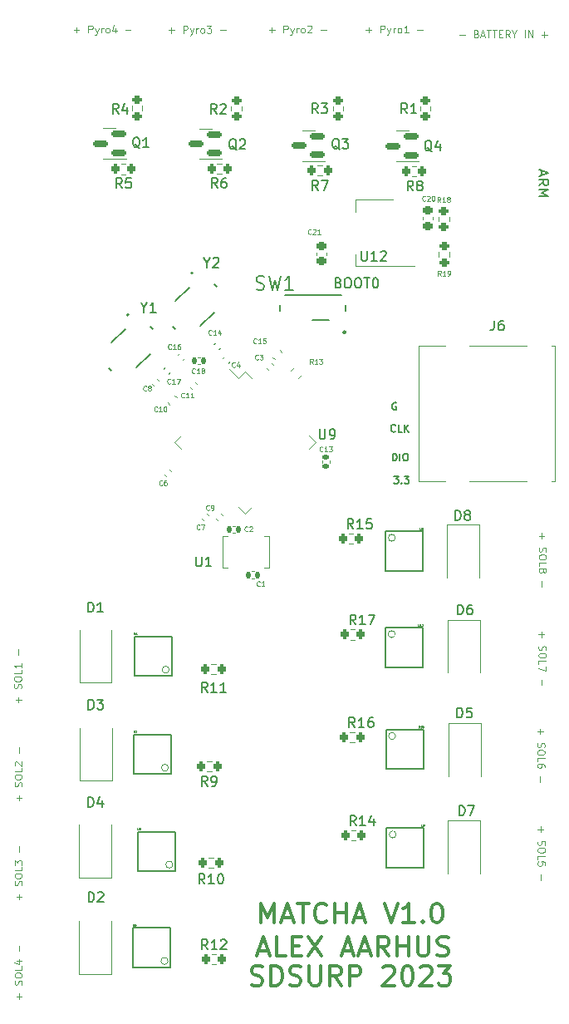
<source format=gto>
G04 #@! TF.GenerationSoftware,KiCad,Pcbnew,(6.0.7)*
G04 #@! TF.CreationDate,2023-04-24T21:56:03-07:00*
G04 #@! TF.ProjectId,OBC-Attempt-2,4f42432d-4174-4746-956d-70742d322e6b,rev?*
G04 #@! TF.SameCoordinates,Original*
G04 #@! TF.FileFunction,Legend,Top*
G04 #@! TF.FilePolarity,Positive*
%FSLAX46Y46*%
G04 Gerber Fmt 4.6, Leading zero omitted, Abs format (unit mm)*
G04 Created by KiCad (PCBNEW (6.0.7)) date 2023-04-24 21:56:03*
%MOMM*%
%LPD*%
G01*
G04 APERTURE LIST*
G04 Aperture macros list*
%AMRoundRect*
0 Rectangle with rounded corners*
0 $1 Rounding radius*
0 $2 $3 $4 $5 $6 $7 $8 $9 X,Y pos of 4 corners*
0 Add a 4 corners polygon primitive as box body*
4,1,4,$2,$3,$4,$5,$6,$7,$8,$9,$2,$3,0*
0 Add four circle primitives for the rounded corners*
1,1,$1+$1,$2,$3*
1,1,$1+$1,$4,$5*
1,1,$1+$1,$6,$7*
1,1,$1+$1,$8,$9*
0 Add four rect primitives between the rounded corners*
20,1,$1+$1,$2,$3,$4,$5,0*
20,1,$1+$1,$4,$5,$6,$7,0*
20,1,$1+$1,$6,$7,$8,$9,0*
20,1,$1+$1,$8,$9,$2,$3,0*%
%AMRotRect*
0 Rectangle, with rotation*
0 The origin of the aperture is its center*
0 $1 length*
0 $2 width*
0 $3 Rotation angle, in degrees counterclockwise*
0 Add horizontal line*
21,1,$1,$2,0,0,$3*%
G04 Aperture macros list end*
%ADD10C,0.150000*%
%ADD11C,0.100000*%
%ADD12C,0.300000*%
%ADD13C,0.050000*%
%ADD14C,0.120000*%
%ADD15C,0.152400*%
%ADD16C,0.050800*%
%ADD17C,0.127000*%
%ADD18C,0.250000*%
%ADD19C,0.200000*%
%ADD20RoundRect,0.200000X0.200000X0.275000X-0.200000X0.275000X-0.200000X-0.275000X0.200000X-0.275000X0*%
%ADD21RoundRect,0.200000X-0.200000X-0.275000X0.200000X-0.275000X0.200000X0.275000X-0.200000X0.275000X0*%
%ADD22R,1.800000X2.500000*%
%ADD23RoundRect,0.150000X0.587500X0.150000X-0.587500X0.150000X-0.587500X-0.150000X0.587500X-0.150000X0*%
%ADD24RoundRect,0.140000X0.219203X0.021213X0.021213X0.219203X-0.219203X-0.021213X-0.021213X-0.219203X0*%
%ADD25RoundRect,0.140000X-0.219203X-0.021213X-0.021213X-0.219203X0.219203X0.021213X0.021213X0.219203X0*%
%ADD26R,0.254000X0.482600*%
%ADD27R,0.482600X0.254000*%
%ADD28R,1.300000X0.600000*%
%ADD29RoundRect,0.140000X-0.140000X-0.170000X0.140000X-0.170000X0.140000X0.170000X-0.140000X0.170000X0*%
%ADD30C,3.000000*%
%ADD31R,2.000000X1.500000*%
%ADD32R,2.000000X3.800000*%
%ADD33RoundRect,0.140000X0.021213X-0.219203X0.219203X-0.021213X-0.021213X0.219203X-0.219203X0.021213X0*%
%ADD34RoundRect,0.140000X-0.170000X0.140000X-0.170000X-0.140000X0.170000X-0.140000X0.170000X0.140000X0*%
%ADD35RoundRect,0.225000X-0.250000X0.225000X-0.250000X-0.225000X0.250000X-0.225000X0.250000X0.225000X0*%
%ADD36RoundRect,0.200000X0.275000X-0.200000X0.275000X0.200000X-0.275000X0.200000X-0.275000X-0.200000X0*%
%ADD37RoundRect,0.140000X0.140000X0.170000X-0.140000X0.170000X-0.140000X-0.170000X0.140000X-0.170000X0*%
%ADD38C,0.900000*%
%ADD39R,0.700000X1.500000*%
%ADD40R,1.000000X0.800000*%
%ADD41RoundRect,0.200000X-0.275000X0.200000X-0.275000X-0.200000X0.275000X-0.200000X0.275000X0.200000X0*%
%ADD42RoundRect,0.225000X0.335876X0.017678X0.017678X0.335876X-0.335876X-0.017678X-0.017678X-0.335876X0*%
%ADD43RoundRect,0.140000X-0.021213X0.219203X-0.219203X0.021213X0.021213X-0.219203X0.219203X-0.021213X0*%
%ADD44RotRect,1.400000X1.800000X315.000000*%
%ADD45RoundRect,0.200000X0.053033X-0.335876X0.335876X-0.053033X-0.053033X0.335876X-0.335876X0.053033X0*%
%ADD46R,1.500000X0.800000*%
%ADD47R,2.000000X1.450000*%
%ADD48RoundRect,0.075000X-0.548008X0.441942X0.441942X-0.548008X0.548008X-0.441942X-0.441942X0.548008X0*%
%ADD49RoundRect,0.075000X-0.548008X-0.441942X-0.441942X-0.548008X0.548008X0.441942X0.441942X0.548008X0*%
%ADD50R,2.600000X2.600000*%
%ADD51C,2.600000*%
%ADD52RotRect,2.000000X2.000000X135.000000*%
%ADD53C,2.000000*%
%ADD54R,1.700000X1.700000*%
%ADD55O,1.700000X1.700000*%
G04 APERTURE END LIST*
D10*
X65595885Y-71885285D02*
X66060171Y-71885285D01*
X65810171Y-72171000D01*
X65917314Y-72171000D01*
X65988742Y-72206714D01*
X66024457Y-72242428D01*
X66060171Y-72313857D01*
X66060171Y-72492428D01*
X66024457Y-72563857D01*
X65988742Y-72599571D01*
X65917314Y-72635285D01*
X65703028Y-72635285D01*
X65631600Y-72599571D01*
X65595885Y-72563857D01*
X66381600Y-72563857D02*
X66417314Y-72599571D01*
X66381600Y-72635285D01*
X66345885Y-72599571D01*
X66381600Y-72563857D01*
X66381600Y-72635285D01*
X66667314Y-71885285D02*
X67131600Y-71885285D01*
X66881600Y-72171000D01*
X66988742Y-72171000D01*
X67060171Y-72206714D01*
X67095885Y-72242428D01*
X67131600Y-72313857D01*
X67131600Y-72492428D01*
X67095885Y-72563857D01*
X67060171Y-72599571D01*
X66988742Y-72635285D01*
X66774457Y-72635285D01*
X66703028Y-72599571D01*
X66667314Y-72563857D01*
D11*
X27393571Y-104952142D02*
X27393571Y-104380714D01*
X27679285Y-104666428D02*
X27107857Y-104666428D01*
X27643571Y-103487857D02*
X27679285Y-103380714D01*
X27679285Y-103202142D01*
X27643571Y-103130714D01*
X27607857Y-103095000D01*
X27536428Y-103059285D01*
X27465000Y-103059285D01*
X27393571Y-103095000D01*
X27357857Y-103130714D01*
X27322142Y-103202142D01*
X27286428Y-103345000D01*
X27250714Y-103416428D01*
X27215000Y-103452142D01*
X27143571Y-103487857D01*
X27072142Y-103487857D01*
X27000714Y-103452142D01*
X26965000Y-103416428D01*
X26929285Y-103345000D01*
X26929285Y-103166428D01*
X26965000Y-103059285D01*
X26929285Y-102595000D02*
X26929285Y-102452142D01*
X26965000Y-102380714D01*
X27036428Y-102309285D01*
X27179285Y-102273571D01*
X27429285Y-102273571D01*
X27572142Y-102309285D01*
X27643571Y-102380714D01*
X27679285Y-102452142D01*
X27679285Y-102595000D01*
X27643571Y-102666428D01*
X27572142Y-102737857D01*
X27429285Y-102773571D01*
X27179285Y-102773571D01*
X27036428Y-102737857D01*
X26965000Y-102666428D01*
X26929285Y-102595000D01*
X27679285Y-101595000D02*
X27679285Y-101952142D01*
X26929285Y-101952142D01*
X27000714Y-101380714D02*
X26965000Y-101345000D01*
X26929285Y-101273571D01*
X26929285Y-101095000D01*
X26965000Y-101023571D01*
X27000714Y-100987857D01*
X27072142Y-100952142D01*
X27143571Y-100952142D01*
X27250714Y-100987857D01*
X27679285Y-101416428D01*
X27679285Y-100952142D01*
X27393571Y-100059285D02*
X27393571Y-99487857D01*
D12*
X51077142Y-123669523D02*
X51362857Y-123764761D01*
X51839047Y-123764761D01*
X52029523Y-123669523D01*
X52124761Y-123574285D01*
X52220000Y-123383809D01*
X52220000Y-123193333D01*
X52124761Y-123002857D01*
X52029523Y-122907619D01*
X51839047Y-122812380D01*
X51458095Y-122717142D01*
X51267619Y-122621904D01*
X51172380Y-122526666D01*
X51077142Y-122336190D01*
X51077142Y-122145714D01*
X51172380Y-121955238D01*
X51267619Y-121860000D01*
X51458095Y-121764761D01*
X51934285Y-121764761D01*
X52220000Y-121860000D01*
X53077142Y-123764761D02*
X53077142Y-121764761D01*
X53553333Y-121764761D01*
X53839047Y-121860000D01*
X54029523Y-122050476D01*
X54124761Y-122240952D01*
X54220000Y-122621904D01*
X54220000Y-122907619D01*
X54124761Y-123288571D01*
X54029523Y-123479047D01*
X53839047Y-123669523D01*
X53553333Y-123764761D01*
X53077142Y-123764761D01*
X54981904Y-123669523D02*
X55267619Y-123764761D01*
X55743809Y-123764761D01*
X55934285Y-123669523D01*
X56029523Y-123574285D01*
X56124761Y-123383809D01*
X56124761Y-123193333D01*
X56029523Y-123002857D01*
X55934285Y-122907619D01*
X55743809Y-122812380D01*
X55362857Y-122717142D01*
X55172380Y-122621904D01*
X55077142Y-122526666D01*
X54981904Y-122336190D01*
X54981904Y-122145714D01*
X55077142Y-121955238D01*
X55172380Y-121860000D01*
X55362857Y-121764761D01*
X55839047Y-121764761D01*
X56124761Y-121860000D01*
X56981904Y-121764761D02*
X56981904Y-123383809D01*
X57077142Y-123574285D01*
X57172380Y-123669523D01*
X57362857Y-123764761D01*
X57743809Y-123764761D01*
X57934285Y-123669523D01*
X58029523Y-123574285D01*
X58124761Y-123383809D01*
X58124761Y-121764761D01*
X60220000Y-123764761D02*
X59553333Y-122812380D01*
X59077142Y-123764761D02*
X59077142Y-121764761D01*
X59839047Y-121764761D01*
X60029523Y-121860000D01*
X60124761Y-121955238D01*
X60220000Y-122145714D01*
X60220000Y-122431428D01*
X60124761Y-122621904D01*
X60029523Y-122717142D01*
X59839047Y-122812380D01*
X59077142Y-122812380D01*
X61077142Y-123764761D02*
X61077142Y-121764761D01*
X61839047Y-121764761D01*
X62029523Y-121860000D01*
X62124761Y-121955238D01*
X62220000Y-122145714D01*
X62220000Y-122431428D01*
X62124761Y-122621904D01*
X62029523Y-122717142D01*
X61839047Y-122812380D01*
X61077142Y-122812380D01*
X64505714Y-121955238D02*
X64600952Y-121860000D01*
X64791428Y-121764761D01*
X65267619Y-121764761D01*
X65458095Y-121860000D01*
X65553333Y-121955238D01*
X65648571Y-122145714D01*
X65648571Y-122336190D01*
X65553333Y-122621904D01*
X64410476Y-123764761D01*
X65648571Y-123764761D01*
X66886666Y-121764761D02*
X67077142Y-121764761D01*
X67267619Y-121860000D01*
X67362857Y-121955238D01*
X67458095Y-122145714D01*
X67553333Y-122526666D01*
X67553333Y-123002857D01*
X67458095Y-123383809D01*
X67362857Y-123574285D01*
X67267619Y-123669523D01*
X67077142Y-123764761D01*
X66886666Y-123764761D01*
X66696190Y-123669523D01*
X66600952Y-123574285D01*
X66505714Y-123383809D01*
X66410476Y-123002857D01*
X66410476Y-122526666D01*
X66505714Y-122145714D01*
X66600952Y-121955238D01*
X66696190Y-121860000D01*
X66886666Y-121764761D01*
X68315238Y-121955238D02*
X68410476Y-121860000D01*
X68600952Y-121764761D01*
X69077142Y-121764761D01*
X69267619Y-121860000D01*
X69362857Y-121955238D01*
X69458095Y-122145714D01*
X69458095Y-122336190D01*
X69362857Y-122621904D01*
X68220000Y-123764761D01*
X69458095Y-123764761D01*
X70124761Y-121764761D02*
X71362857Y-121764761D01*
X70696190Y-122526666D01*
X70981904Y-122526666D01*
X71172380Y-122621904D01*
X71267619Y-122717142D01*
X71362857Y-122907619D01*
X71362857Y-123383809D01*
X71267619Y-123574285D01*
X71172380Y-123669523D01*
X70981904Y-123764761D01*
X70410476Y-123764761D01*
X70220000Y-123669523D01*
X70124761Y-123574285D01*
D11*
X27393571Y-115022142D02*
X27393571Y-114450714D01*
X27679285Y-114736428D02*
X27107857Y-114736428D01*
X27643571Y-113557857D02*
X27679285Y-113450714D01*
X27679285Y-113272142D01*
X27643571Y-113200714D01*
X27607857Y-113165000D01*
X27536428Y-113129285D01*
X27465000Y-113129285D01*
X27393571Y-113165000D01*
X27357857Y-113200714D01*
X27322142Y-113272142D01*
X27286428Y-113415000D01*
X27250714Y-113486428D01*
X27215000Y-113522142D01*
X27143571Y-113557857D01*
X27072142Y-113557857D01*
X27000714Y-113522142D01*
X26965000Y-113486428D01*
X26929285Y-113415000D01*
X26929285Y-113236428D01*
X26965000Y-113129285D01*
X26929285Y-112665000D02*
X26929285Y-112522142D01*
X26965000Y-112450714D01*
X27036428Y-112379285D01*
X27179285Y-112343571D01*
X27429285Y-112343571D01*
X27572142Y-112379285D01*
X27643571Y-112450714D01*
X27679285Y-112522142D01*
X27679285Y-112665000D01*
X27643571Y-112736428D01*
X27572142Y-112807857D01*
X27429285Y-112843571D01*
X27179285Y-112843571D01*
X27036428Y-112807857D01*
X26965000Y-112736428D01*
X26929285Y-112665000D01*
X27679285Y-111665000D02*
X27679285Y-112022142D01*
X26929285Y-112022142D01*
X26929285Y-111486428D02*
X26929285Y-111022142D01*
X27215000Y-111272142D01*
X27215000Y-111165000D01*
X27250714Y-111093571D01*
X27286428Y-111057857D01*
X27357857Y-111022142D01*
X27536428Y-111022142D01*
X27607857Y-111057857D01*
X27643571Y-111093571D01*
X27679285Y-111165000D01*
X27679285Y-111379285D01*
X27643571Y-111450714D01*
X27607857Y-111486428D01*
X27393571Y-110129285D02*
X27393571Y-109557857D01*
X62729285Y-26433571D02*
X63300714Y-26433571D01*
X63015000Y-26719285D02*
X63015000Y-26147857D01*
X64229285Y-26719285D02*
X64229285Y-25969285D01*
X64515000Y-25969285D01*
X64586428Y-26005000D01*
X64622142Y-26040714D01*
X64657857Y-26112142D01*
X64657857Y-26219285D01*
X64622142Y-26290714D01*
X64586428Y-26326428D01*
X64515000Y-26362142D01*
X64229285Y-26362142D01*
X64907857Y-26219285D02*
X65086428Y-26719285D01*
X65265000Y-26219285D02*
X65086428Y-26719285D01*
X65015000Y-26897857D01*
X64979285Y-26933571D01*
X64907857Y-26969285D01*
X65550714Y-26719285D02*
X65550714Y-26219285D01*
X65550714Y-26362142D02*
X65586428Y-26290714D01*
X65622142Y-26255000D01*
X65693571Y-26219285D01*
X65765000Y-26219285D01*
X66122142Y-26719285D02*
X66050714Y-26683571D01*
X66015000Y-26647857D01*
X65979285Y-26576428D01*
X65979285Y-26362142D01*
X66015000Y-26290714D01*
X66050714Y-26255000D01*
X66122142Y-26219285D01*
X66229285Y-26219285D01*
X66300714Y-26255000D01*
X66336428Y-26290714D01*
X66372142Y-26362142D01*
X66372142Y-26576428D01*
X66336428Y-26647857D01*
X66300714Y-26683571D01*
X66229285Y-26719285D01*
X66122142Y-26719285D01*
X67086428Y-26719285D02*
X66657857Y-26719285D01*
X66872142Y-26719285D02*
X66872142Y-25969285D01*
X66800714Y-26076428D01*
X66729285Y-26147857D01*
X66657857Y-26183571D01*
X67979285Y-26433571D02*
X68550714Y-26433571D01*
D12*
X52069523Y-117384761D02*
X52069523Y-115384761D01*
X52736190Y-116813333D01*
X53402857Y-115384761D01*
X53402857Y-117384761D01*
X54260000Y-116813333D02*
X55212380Y-116813333D01*
X54069523Y-117384761D02*
X54736190Y-115384761D01*
X55402857Y-117384761D01*
X55783809Y-115384761D02*
X56926666Y-115384761D01*
X56355238Y-117384761D02*
X56355238Y-115384761D01*
X58736190Y-117194285D02*
X58640952Y-117289523D01*
X58355238Y-117384761D01*
X58164761Y-117384761D01*
X57879047Y-117289523D01*
X57688571Y-117099047D01*
X57593333Y-116908571D01*
X57498095Y-116527619D01*
X57498095Y-116241904D01*
X57593333Y-115860952D01*
X57688571Y-115670476D01*
X57879047Y-115480000D01*
X58164761Y-115384761D01*
X58355238Y-115384761D01*
X58640952Y-115480000D01*
X58736190Y-115575238D01*
X59593333Y-117384761D02*
X59593333Y-115384761D01*
X59593333Y-116337142D02*
X60736190Y-116337142D01*
X60736190Y-117384761D02*
X60736190Y-115384761D01*
X61593333Y-116813333D02*
X62545714Y-116813333D01*
X61402857Y-117384761D02*
X62069523Y-115384761D01*
X62736190Y-117384761D01*
X64640952Y-115384761D02*
X65307619Y-117384761D01*
X65974285Y-115384761D01*
X67688571Y-117384761D02*
X66545714Y-117384761D01*
X67117142Y-117384761D02*
X67117142Y-115384761D01*
X66926666Y-115670476D01*
X66736190Y-115860952D01*
X66545714Y-115956190D01*
X68545714Y-117194285D02*
X68640952Y-117289523D01*
X68545714Y-117384761D01*
X68450476Y-117289523D01*
X68545714Y-117194285D01*
X68545714Y-117384761D01*
X69879047Y-115384761D02*
X70069523Y-115384761D01*
X70260000Y-115480000D01*
X70355238Y-115575238D01*
X70450476Y-115765714D01*
X70545714Y-116146666D01*
X70545714Y-116622857D01*
X70450476Y-117003809D01*
X70355238Y-117194285D01*
X70260000Y-117289523D01*
X70069523Y-117384761D01*
X69879047Y-117384761D01*
X69688571Y-117289523D01*
X69593333Y-117194285D01*
X69498095Y-117003809D01*
X69402857Y-116622857D01*
X69402857Y-116146666D01*
X69498095Y-115765714D01*
X69593333Y-115575238D01*
X69688571Y-115480000D01*
X69879047Y-115384761D01*
D10*
X65838028Y-64411000D02*
X65766600Y-64375285D01*
X65659457Y-64375285D01*
X65552314Y-64411000D01*
X65480885Y-64482428D01*
X65445171Y-64553857D01*
X65409457Y-64696714D01*
X65409457Y-64803857D01*
X65445171Y-64946714D01*
X65480885Y-65018142D01*
X65552314Y-65089571D01*
X65659457Y-65125285D01*
X65730885Y-65125285D01*
X65838028Y-65089571D01*
X65873742Y-65053857D01*
X65873742Y-64803857D01*
X65730885Y-64803857D01*
D11*
X27393571Y-125152142D02*
X27393571Y-124580714D01*
X27679285Y-124866428D02*
X27107857Y-124866428D01*
X27643571Y-123687857D02*
X27679285Y-123580714D01*
X27679285Y-123402142D01*
X27643571Y-123330714D01*
X27607857Y-123295000D01*
X27536428Y-123259285D01*
X27465000Y-123259285D01*
X27393571Y-123295000D01*
X27357857Y-123330714D01*
X27322142Y-123402142D01*
X27286428Y-123545000D01*
X27250714Y-123616428D01*
X27215000Y-123652142D01*
X27143571Y-123687857D01*
X27072142Y-123687857D01*
X27000714Y-123652142D01*
X26965000Y-123616428D01*
X26929285Y-123545000D01*
X26929285Y-123366428D01*
X26965000Y-123259285D01*
X26929285Y-122795000D02*
X26929285Y-122652142D01*
X26965000Y-122580714D01*
X27036428Y-122509285D01*
X27179285Y-122473571D01*
X27429285Y-122473571D01*
X27572142Y-122509285D01*
X27643571Y-122580714D01*
X27679285Y-122652142D01*
X27679285Y-122795000D01*
X27643571Y-122866428D01*
X27572142Y-122937857D01*
X27429285Y-122973571D01*
X27179285Y-122973571D01*
X27036428Y-122937857D01*
X26965000Y-122866428D01*
X26929285Y-122795000D01*
X27679285Y-121795000D02*
X27679285Y-122152142D01*
X26929285Y-122152142D01*
X27179285Y-121223571D02*
X27679285Y-121223571D01*
X26893571Y-121402142D02*
X27429285Y-121580714D01*
X27429285Y-121116428D01*
X27393571Y-120259285D02*
X27393571Y-119687857D01*
X27343571Y-94952142D02*
X27343571Y-94380714D01*
X27629285Y-94666428D02*
X27057857Y-94666428D01*
X27593571Y-93487857D02*
X27629285Y-93380714D01*
X27629285Y-93202142D01*
X27593571Y-93130714D01*
X27557857Y-93095000D01*
X27486428Y-93059285D01*
X27415000Y-93059285D01*
X27343571Y-93095000D01*
X27307857Y-93130714D01*
X27272142Y-93202142D01*
X27236428Y-93345000D01*
X27200714Y-93416428D01*
X27165000Y-93452142D01*
X27093571Y-93487857D01*
X27022142Y-93487857D01*
X26950714Y-93452142D01*
X26915000Y-93416428D01*
X26879285Y-93345000D01*
X26879285Y-93166428D01*
X26915000Y-93059285D01*
X26879285Y-92595000D02*
X26879285Y-92452142D01*
X26915000Y-92380714D01*
X26986428Y-92309285D01*
X27129285Y-92273571D01*
X27379285Y-92273571D01*
X27522142Y-92309285D01*
X27593571Y-92380714D01*
X27629285Y-92452142D01*
X27629285Y-92595000D01*
X27593571Y-92666428D01*
X27522142Y-92737857D01*
X27379285Y-92773571D01*
X27129285Y-92773571D01*
X26986428Y-92737857D01*
X26915000Y-92666428D01*
X26879285Y-92595000D01*
X27629285Y-91595000D02*
X27629285Y-91952142D01*
X26879285Y-91952142D01*
X27629285Y-90952142D02*
X27629285Y-91380714D01*
X27629285Y-91166428D02*
X26879285Y-91166428D01*
X26986428Y-91237857D01*
X27057857Y-91309285D01*
X27093571Y-91380714D01*
X27343571Y-90059285D02*
X27343571Y-89487857D01*
X80619828Y-87708257D02*
X80619828Y-88279685D01*
X80334114Y-87993971D02*
X80905542Y-87993971D01*
X80369828Y-89172542D02*
X80334114Y-89279685D01*
X80334114Y-89458257D01*
X80369828Y-89529685D01*
X80405542Y-89565400D01*
X80476971Y-89601114D01*
X80548400Y-89601114D01*
X80619828Y-89565400D01*
X80655542Y-89529685D01*
X80691257Y-89458257D01*
X80726971Y-89315400D01*
X80762685Y-89243971D01*
X80798400Y-89208257D01*
X80869828Y-89172542D01*
X80941257Y-89172542D01*
X81012685Y-89208257D01*
X81048400Y-89243971D01*
X81084114Y-89315400D01*
X81084114Y-89493971D01*
X81048400Y-89601114D01*
X81084114Y-90065400D02*
X81084114Y-90208257D01*
X81048400Y-90279685D01*
X80976971Y-90351114D01*
X80834114Y-90386828D01*
X80584114Y-90386828D01*
X80441257Y-90351114D01*
X80369828Y-90279685D01*
X80334114Y-90208257D01*
X80334114Y-90065400D01*
X80369828Y-89993971D01*
X80441257Y-89922542D01*
X80584114Y-89886828D01*
X80834114Y-89886828D01*
X80976971Y-89922542D01*
X81048400Y-89993971D01*
X81084114Y-90065400D01*
X80334114Y-91065400D02*
X80334114Y-90708257D01*
X81084114Y-90708257D01*
X81084114Y-91243971D02*
X81084114Y-91743971D01*
X80334114Y-91422542D01*
X80619828Y-92601114D02*
X80619828Y-93172542D01*
D10*
X65755171Y-67303857D02*
X65719457Y-67339571D01*
X65612314Y-67375285D01*
X65540885Y-67375285D01*
X65433742Y-67339571D01*
X65362314Y-67268142D01*
X65326600Y-67196714D01*
X65290885Y-67053857D01*
X65290885Y-66946714D01*
X65326600Y-66803857D01*
X65362314Y-66732428D01*
X65433742Y-66661000D01*
X65540885Y-66625285D01*
X65612314Y-66625285D01*
X65719457Y-66661000D01*
X65755171Y-66696714D01*
X66433742Y-67375285D02*
X66076600Y-67375285D01*
X66076600Y-66625285D01*
X66683742Y-67375285D02*
X66683742Y-66625285D01*
X67112314Y-67375285D02*
X66790885Y-66946714D01*
X67112314Y-66625285D02*
X66683742Y-67053857D01*
D11*
X52859285Y-26433571D02*
X53430714Y-26433571D01*
X53145000Y-26719285D02*
X53145000Y-26147857D01*
X54359285Y-26719285D02*
X54359285Y-25969285D01*
X54645000Y-25969285D01*
X54716428Y-26005000D01*
X54752142Y-26040714D01*
X54787857Y-26112142D01*
X54787857Y-26219285D01*
X54752142Y-26290714D01*
X54716428Y-26326428D01*
X54645000Y-26362142D01*
X54359285Y-26362142D01*
X55037857Y-26219285D02*
X55216428Y-26719285D01*
X55395000Y-26219285D02*
X55216428Y-26719285D01*
X55145000Y-26897857D01*
X55109285Y-26933571D01*
X55037857Y-26969285D01*
X55680714Y-26719285D02*
X55680714Y-26219285D01*
X55680714Y-26362142D02*
X55716428Y-26290714D01*
X55752142Y-26255000D01*
X55823571Y-26219285D01*
X55895000Y-26219285D01*
X56252142Y-26719285D02*
X56180714Y-26683571D01*
X56145000Y-26647857D01*
X56109285Y-26576428D01*
X56109285Y-26362142D01*
X56145000Y-26290714D01*
X56180714Y-26255000D01*
X56252142Y-26219285D01*
X56359285Y-26219285D01*
X56430714Y-26255000D01*
X56466428Y-26290714D01*
X56502142Y-26362142D01*
X56502142Y-26576428D01*
X56466428Y-26647857D01*
X56430714Y-26683571D01*
X56359285Y-26719285D01*
X56252142Y-26719285D01*
X56787857Y-26040714D02*
X56823571Y-26005000D01*
X56895000Y-25969285D01*
X57073571Y-25969285D01*
X57145000Y-26005000D01*
X57180714Y-26040714D01*
X57216428Y-26112142D01*
X57216428Y-26183571D01*
X57180714Y-26290714D01*
X56752142Y-26719285D01*
X57216428Y-26719285D01*
X58109285Y-26433571D02*
X58680714Y-26433571D01*
X42629285Y-26453571D02*
X43200714Y-26453571D01*
X42915000Y-26739285D02*
X42915000Y-26167857D01*
X44129285Y-26739285D02*
X44129285Y-25989285D01*
X44415000Y-25989285D01*
X44486428Y-26025000D01*
X44522142Y-26060714D01*
X44557857Y-26132142D01*
X44557857Y-26239285D01*
X44522142Y-26310714D01*
X44486428Y-26346428D01*
X44415000Y-26382142D01*
X44129285Y-26382142D01*
X44807857Y-26239285D02*
X44986428Y-26739285D01*
X45165000Y-26239285D02*
X44986428Y-26739285D01*
X44915000Y-26917857D01*
X44879285Y-26953571D01*
X44807857Y-26989285D01*
X45450714Y-26739285D02*
X45450714Y-26239285D01*
X45450714Y-26382142D02*
X45486428Y-26310714D01*
X45522142Y-26275000D01*
X45593571Y-26239285D01*
X45665000Y-26239285D01*
X46022142Y-26739285D02*
X45950714Y-26703571D01*
X45915000Y-26667857D01*
X45879285Y-26596428D01*
X45879285Y-26382142D01*
X45915000Y-26310714D01*
X45950714Y-26275000D01*
X46022142Y-26239285D01*
X46129285Y-26239285D01*
X46200714Y-26275000D01*
X46236428Y-26310714D01*
X46272142Y-26382142D01*
X46272142Y-26596428D01*
X46236428Y-26667857D01*
X46200714Y-26703571D01*
X46129285Y-26739285D01*
X46022142Y-26739285D01*
X46522142Y-25989285D02*
X46986428Y-25989285D01*
X46736428Y-26275000D01*
X46843571Y-26275000D01*
X46915000Y-26310714D01*
X46950714Y-26346428D01*
X46986428Y-26417857D01*
X46986428Y-26596428D01*
X46950714Y-26667857D01*
X46915000Y-26703571D01*
X46843571Y-26739285D01*
X46629285Y-26739285D01*
X46557857Y-26703571D01*
X46522142Y-26667857D01*
X47879285Y-26453571D02*
X48450714Y-26453571D01*
D12*
X51833333Y-120193333D02*
X52785714Y-120193333D01*
X51642857Y-120764761D02*
X52309523Y-118764761D01*
X52976190Y-120764761D01*
X54595238Y-120764761D02*
X53642857Y-120764761D01*
X53642857Y-118764761D01*
X55261904Y-119717142D02*
X55928571Y-119717142D01*
X56214285Y-120764761D02*
X55261904Y-120764761D01*
X55261904Y-118764761D01*
X56214285Y-118764761D01*
X56880952Y-118764761D02*
X58214285Y-120764761D01*
X58214285Y-118764761D02*
X56880952Y-120764761D01*
X60404761Y-120193333D02*
X61357142Y-120193333D01*
X60214285Y-120764761D02*
X60880952Y-118764761D01*
X61547619Y-120764761D01*
X62119047Y-120193333D02*
X63071428Y-120193333D01*
X61928571Y-120764761D02*
X62595238Y-118764761D01*
X63261904Y-120764761D01*
X65071428Y-120764761D02*
X64404761Y-119812380D01*
X63928571Y-120764761D02*
X63928571Y-118764761D01*
X64690476Y-118764761D01*
X64880952Y-118860000D01*
X64976190Y-118955238D01*
X65071428Y-119145714D01*
X65071428Y-119431428D01*
X64976190Y-119621904D01*
X64880952Y-119717142D01*
X64690476Y-119812380D01*
X63928571Y-119812380D01*
X65928571Y-120764761D02*
X65928571Y-118764761D01*
X65928571Y-119717142D02*
X67071428Y-119717142D01*
X67071428Y-120764761D02*
X67071428Y-118764761D01*
X68023809Y-118764761D02*
X68023809Y-120383809D01*
X68119047Y-120574285D01*
X68214285Y-120669523D01*
X68404761Y-120764761D01*
X68785714Y-120764761D01*
X68976190Y-120669523D01*
X69071428Y-120574285D01*
X69166666Y-120383809D01*
X69166666Y-118764761D01*
X70023809Y-120669523D02*
X70309523Y-120764761D01*
X70785714Y-120764761D01*
X70976190Y-120669523D01*
X71071428Y-120574285D01*
X71166666Y-120383809D01*
X71166666Y-120193333D01*
X71071428Y-120002857D01*
X70976190Y-119907619D01*
X70785714Y-119812380D01*
X70404761Y-119717142D01*
X70214285Y-119621904D01*
X70119047Y-119526666D01*
X70023809Y-119336190D01*
X70023809Y-119145714D01*
X70119047Y-118955238D01*
X70214285Y-118860000D01*
X70404761Y-118764761D01*
X70880952Y-118764761D01*
X71166666Y-118860000D01*
D11*
X32959285Y-26433571D02*
X33530714Y-26433571D01*
X33244999Y-26719285D02*
X33244999Y-26147857D01*
X34459285Y-26719285D02*
X34459285Y-25969285D01*
X34745000Y-25969285D01*
X34816428Y-26005000D01*
X34852142Y-26040714D01*
X34887857Y-26112142D01*
X34887857Y-26219285D01*
X34852142Y-26290714D01*
X34816428Y-26326428D01*
X34745000Y-26362142D01*
X34459285Y-26362142D01*
X35137857Y-26219285D02*
X35316428Y-26719285D01*
X35495000Y-26219285D02*
X35316428Y-26719285D01*
X35245000Y-26897857D01*
X35209285Y-26933571D01*
X35137857Y-26969285D01*
X35780714Y-26719285D02*
X35780714Y-26219285D01*
X35780714Y-26362142D02*
X35816428Y-26290714D01*
X35852142Y-26255000D01*
X35923571Y-26219285D01*
X35995000Y-26219285D01*
X36352142Y-26719285D02*
X36280714Y-26683571D01*
X36245000Y-26647857D01*
X36209285Y-26576428D01*
X36209285Y-26362142D01*
X36245000Y-26290714D01*
X36280714Y-26255000D01*
X36352142Y-26219285D01*
X36459285Y-26219285D01*
X36530714Y-26255000D01*
X36566428Y-26290714D01*
X36602142Y-26362142D01*
X36602142Y-26576428D01*
X36566428Y-26647857D01*
X36530714Y-26683571D01*
X36459285Y-26719285D01*
X36352142Y-26719285D01*
X37245000Y-26219285D02*
X37245000Y-26719285D01*
X37066428Y-25933571D02*
X36887857Y-26469285D01*
X37352142Y-26469285D01*
X38209285Y-26433571D02*
X38780714Y-26433571D01*
X80499828Y-97598257D02*
X80499828Y-98169685D01*
X80214114Y-97883971D02*
X80785542Y-97883971D01*
X80249828Y-99062542D02*
X80214114Y-99169685D01*
X80214114Y-99348257D01*
X80249828Y-99419685D01*
X80285542Y-99455400D01*
X80356971Y-99491114D01*
X80428400Y-99491114D01*
X80499828Y-99455400D01*
X80535542Y-99419685D01*
X80571257Y-99348257D01*
X80606971Y-99205400D01*
X80642685Y-99133971D01*
X80678400Y-99098257D01*
X80749828Y-99062542D01*
X80821257Y-99062542D01*
X80892685Y-99098257D01*
X80928400Y-99133971D01*
X80964114Y-99205400D01*
X80964114Y-99383971D01*
X80928400Y-99491114D01*
X80964114Y-99955400D02*
X80964114Y-100098257D01*
X80928400Y-100169685D01*
X80856971Y-100241114D01*
X80714114Y-100276828D01*
X80464114Y-100276828D01*
X80321257Y-100241114D01*
X80249828Y-100169685D01*
X80214114Y-100098257D01*
X80214114Y-99955400D01*
X80249828Y-99883971D01*
X80321257Y-99812542D01*
X80464114Y-99776828D01*
X80714114Y-99776828D01*
X80856971Y-99812542D01*
X80928400Y-99883971D01*
X80964114Y-99955400D01*
X80214114Y-100955400D02*
X80214114Y-100598257D01*
X80964114Y-100598257D01*
X80964114Y-101526828D02*
X80964114Y-101383971D01*
X80928400Y-101312542D01*
X80892685Y-101276828D01*
X80785542Y-101205400D01*
X80642685Y-101169685D01*
X80356971Y-101169685D01*
X80285542Y-101205400D01*
X80249828Y-101241114D01*
X80214114Y-101312542D01*
X80214114Y-101455400D01*
X80249828Y-101526828D01*
X80285542Y-101562542D01*
X80356971Y-101598257D01*
X80535542Y-101598257D01*
X80606971Y-101562542D01*
X80642685Y-101526828D01*
X80678400Y-101455400D01*
X80678400Y-101312542D01*
X80642685Y-101241114D01*
X80606971Y-101205400D01*
X80535542Y-101169685D01*
X80499828Y-102491114D02*
X80499828Y-103062542D01*
X80539828Y-107558257D02*
X80539828Y-108129685D01*
X80254114Y-107843971D02*
X80825542Y-107843971D01*
X80289828Y-109022542D02*
X80254114Y-109129685D01*
X80254114Y-109308257D01*
X80289828Y-109379685D01*
X80325542Y-109415400D01*
X80396971Y-109451114D01*
X80468400Y-109451114D01*
X80539828Y-109415400D01*
X80575542Y-109379685D01*
X80611257Y-109308257D01*
X80646971Y-109165400D01*
X80682685Y-109093971D01*
X80718400Y-109058257D01*
X80789828Y-109022542D01*
X80861257Y-109022542D01*
X80932685Y-109058257D01*
X80968400Y-109093971D01*
X81004114Y-109165400D01*
X81004114Y-109343971D01*
X80968400Y-109451114D01*
X81004114Y-109915400D02*
X81004114Y-110058257D01*
X80968400Y-110129685D01*
X80896971Y-110201114D01*
X80754114Y-110236828D01*
X80504114Y-110236828D01*
X80361257Y-110201114D01*
X80289828Y-110129685D01*
X80254114Y-110058257D01*
X80254114Y-109915400D01*
X80289828Y-109843971D01*
X80361257Y-109772542D01*
X80504114Y-109736828D01*
X80754114Y-109736828D01*
X80896971Y-109772542D01*
X80968400Y-109843971D01*
X81004114Y-109915400D01*
X80254114Y-110915400D02*
X80254114Y-110558257D01*
X81004114Y-110558257D01*
X81004114Y-111522542D02*
X81004114Y-111165400D01*
X80646971Y-111129685D01*
X80682685Y-111165400D01*
X80718400Y-111236828D01*
X80718400Y-111415400D01*
X80682685Y-111486828D01*
X80646971Y-111522542D01*
X80575542Y-111558257D01*
X80396971Y-111558257D01*
X80325542Y-111522542D01*
X80289828Y-111486828D01*
X80254114Y-111415400D01*
X80254114Y-111236828D01*
X80289828Y-111165400D01*
X80325542Y-111129685D01*
X80539828Y-112451114D02*
X80539828Y-113022542D01*
D10*
X80643333Y-40760476D02*
X80643333Y-41236666D01*
X80357619Y-40665238D02*
X81357619Y-40998571D01*
X80357619Y-41331904D01*
X80357619Y-42236666D02*
X80833809Y-41903333D01*
X80357619Y-41665238D02*
X81357619Y-41665238D01*
X81357619Y-42046190D01*
X81310000Y-42141428D01*
X81262380Y-42189047D01*
X81167142Y-42236666D01*
X81024285Y-42236666D01*
X80929047Y-42189047D01*
X80881428Y-42141428D01*
X80833809Y-42046190D01*
X80833809Y-41665238D01*
X80357619Y-42665238D02*
X81357619Y-42665238D01*
X80643333Y-42998571D01*
X81357619Y-43331904D01*
X80357619Y-43331904D01*
D11*
X72257857Y-26913571D02*
X72829285Y-26913571D01*
X74007857Y-26806428D02*
X74115000Y-26842142D01*
X74150714Y-26877857D01*
X74186428Y-26949285D01*
X74186428Y-27056428D01*
X74150714Y-27127857D01*
X74115000Y-27163571D01*
X74043571Y-27199285D01*
X73757857Y-27199285D01*
X73757857Y-26449285D01*
X74007857Y-26449285D01*
X74079285Y-26485000D01*
X74115000Y-26520714D01*
X74150714Y-26592142D01*
X74150714Y-26663571D01*
X74115000Y-26735000D01*
X74079285Y-26770714D01*
X74007857Y-26806428D01*
X73757857Y-26806428D01*
X74472142Y-26985000D02*
X74829285Y-26985000D01*
X74400714Y-27199285D02*
X74650714Y-26449285D01*
X74900714Y-27199285D01*
X75043571Y-26449285D02*
X75472142Y-26449285D01*
X75257857Y-27199285D02*
X75257857Y-26449285D01*
X75615000Y-26449285D02*
X76043571Y-26449285D01*
X75829285Y-27199285D02*
X75829285Y-26449285D01*
X76293571Y-26806428D02*
X76543571Y-26806428D01*
X76650714Y-27199285D02*
X76293571Y-27199285D01*
X76293571Y-26449285D01*
X76650714Y-26449285D01*
X77400714Y-27199285D02*
X77150714Y-26842142D01*
X76972142Y-27199285D02*
X76972142Y-26449285D01*
X77257857Y-26449285D01*
X77329285Y-26485000D01*
X77365000Y-26520714D01*
X77400714Y-26592142D01*
X77400714Y-26699285D01*
X77365000Y-26770714D01*
X77329285Y-26806428D01*
X77257857Y-26842142D01*
X76972142Y-26842142D01*
X77865000Y-26842142D02*
X77865000Y-27199285D01*
X77615000Y-26449285D02*
X77865000Y-26842142D01*
X78115000Y-26449285D01*
X78936428Y-27199285D02*
X78936428Y-26449285D01*
X79293571Y-27199285D02*
X79293571Y-26449285D01*
X79722142Y-27199285D01*
X79722142Y-26449285D01*
X80650714Y-26913571D02*
X81222142Y-26913571D01*
X80936428Y-27199285D02*
X80936428Y-26627857D01*
X80649828Y-77678257D02*
X80649828Y-78249685D01*
X80364114Y-77963971D02*
X80935542Y-77963971D01*
X80399828Y-79142542D02*
X80364114Y-79249685D01*
X80364114Y-79428257D01*
X80399828Y-79499685D01*
X80435542Y-79535400D01*
X80506971Y-79571114D01*
X80578400Y-79571114D01*
X80649828Y-79535400D01*
X80685542Y-79499685D01*
X80721257Y-79428257D01*
X80756971Y-79285400D01*
X80792685Y-79213971D01*
X80828400Y-79178257D01*
X80899828Y-79142542D01*
X80971257Y-79142542D01*
X81042685Y-79178257D01*
X81078400Y-79213971D01*
X81114114Y-79285400D01*
X81114114Y-79463971D01*
X81078400Y-79571114D01*
X81114114Y-80035400D02*
X81114114Y-80178257D01*
X81078400Y-80249685D01*
X81006971Y-80321114D01*
X80864114Y-80356828D01*
X80614114Y-80356828D01*
X80471257Y-80321114D01*
X80399828Y-80249685D01*
X80364114Y-80178257D01*
X80364114Y-80035400D01*
X80399828Y-79963971D01*
X80471257Y-79892542D01*
X80614114Y-79856828D01*
X80864114Y-79856828D01*
X81006971Y-79892542D01*
X81078400Y-79963971D01*
X81114114Y-80035400D01*
X80364114Y-81035400D02*
X80364114Y-80678257D01*
X81114114Y-80678257D01*
X80792685Y-81392542D02*
X80828400Y-81321114D01*
X80864114Y-81285400D01*
X80935542Y-81249685D01*
X80971257Y-81249685D01*
X81042685Y-81285400D01*
X81078400Y-81321114D01*
X81114114Y-81392542D01*
X81114114Y-81535400D01*
X81078400Y-81606828D01*
X81042685Y-81642542D01*
X80971257Y-81678257D01*
X80935542Y-81678257D01*
X80864114Y-81642542D01*
X80828400Y-81606828D01*
X80792685Y-81535400D01*
X80792685Y-81392542D01*
X80756971Y-81321114D01*
X80721257Y-81285400D01*
X80649828Y-81249685D01*
X80506971Y-81249685D01*
X80435542Y-81285400D01*
X80399828Y-81321114D01*
X80364114Y-81392542D01*
X80364114Y-81535400D01*
X80399828Y-81606828D01*
X80435542Y-81642542D01*
X80506971Y-81678257D01*
X80649828Y-81678257D01*
X80721257Y-81642542D01*
X80756971Y-81606828D01*
X80792685Y-81535400D01*
X80649828Y-82571114D02*
X80649828Y-83142542D01*
D10*
X65453742Y-70315285D02*
X65453742Y-69565285D01*
X65632314Y-69565285D01*
X65739457Y-69601000D01*
X65810885Y-69672428D01*
X65846600Y-69743857D01*
X65882314Y-69886714D01*
X65882314Y-69993857D01*
X65846600Y-70136714D01*
X65810885Y-70208142D01*
X65739457Y-70279571D01*
X65632314Y-70315285D01*
X65453742Y-70315285D01*
X66203742Y-70315285D02*
X66203742Y-69565285D01*
X66703742Y-69565285D02*
X66846600Y-69565285D01*
X66918028Y-69601000D01*
X66989457Y-69672428D01*
X67025171Y-69815285D01*
X67025171Y-70065285D01*
X66989457Y-70208142D01*
X66918028Y-70279571D01*
X66846600Y-70315285D01*
X66703742Y-70315285D01*
X66632314Y-70279571D01*
X66560885Y-70208142D01*
X66525171Y-70065285D01*
X66525171Y-69815285D01*
X66560885Y-69672428D01*
X66632314Y-69601000D01*
X66703742Y-69565285D01*
X59946666Y-52168571D02*
X60089523Y-52216190D01*
X60137142Y-52263809D01*
X60184761Y-52359047D01*
X60184761Y-52501904D01*
X60137142Y-52597142D01*
X60089523Y-52644761D01*
X59994285Y-52692380D01*
X59613333Y-52692380D01*
X59613333Y-51692380D01*
X59946666Y-51692380D01*
X60041904Y-51740000D01*
X60089523Y-51787619D01*
X60137142Y-51882857D01*
X60137142Y-51978095D01*
X60089523Y-52073333D01*
X60041904Y-52120952D01*
X59946666Y-52168571D01*
X59613333Y-52168571D01*
X60803809Y-51692380D02*
X60994285Y-51692380D01*
X61089523Y-51740000D01*
X61184761Y-51835238D01*
X61232380Y-52025714D01*
X61232380Y-52359047D01*
X61184761Y-52549523D01*
X61089523Y-52644761D01*
X60994285Y-52692380D01*
X60803809Y-52692380D01*
X60708571Y-52644761D01*
X60613333Y-52549523D01*
X60565714Y-52359047D01*
X60565714Y-52025714D01*
X60613333Y-51835238D01*
X60708571Y-51740000D01*
X60803809Y-51692380D01*
X61851428Y-51692380D02*
X62041904Y-51692380D01*
X62137142Y-51740000D01*
X62232380Y-51835238D01*
X62280000Y-52025714D01*
X62280000Y-52359047D01*
X62232380Y-52549523D01*
X62137142Y-52644761D01*
X62041904Y-52692380D01*
X61851428Y-52692380D01*
X61756190Y-52644761D01*
X61660952Y-52549523D01*
X61613333Y-52359047D01*
X61613333Y-52025714D01*
X61660952Y-51835238D01*
X61756190Y-51740000D01*
X61851428Y-51692380D01*
X62565714Y-51692380D02*
X63137142Y-51692380D01*
X62851428Y-52692380D02*
X62851428Y-51692380D01*
X63660952Y-51692380D02*
X63756190Y-51692380D01*
X63851428Y-51740000D01*
X63899047Y-51787619D01*
X63946666Y-51882857D01*
X63994285Y-52073333D01*
X63994285Y-52311428D01*
X63946666Y-52501904D01*
X63899047Y-52597142D01*
X63851428Y-52644761D01*
X63756190Y-52692380D01*
X63660952Y-52692380D01*
X63565714Y-52644761D01*
X63518095Y-52597142D01*
X63470476Y-52501904D01*
X63422857Y-52311428D01*
X63422857Y-52073333D01*
X63470476Y-51882857D01*
X63518095Y-51787619D01*
X63565714Y-51740000D01*
X63660952Y-51692380D01*
X61617142Y-97462380D02*
X61283809Y-96986190D01*
X61045714Y-97462380D02*
X61045714Y-96462380D01*
X61426666Y-96462380D01*
X61521904Y-96510000D01*
X61569523Y-96557619D01*
X61617142Y-96652857D01*
X61617142Y-96795714D01*
X61569523Y-96890952D01*
X61521904Y-96938571D01*
X61426666Y-96986190D01*
X61045714Y-96986190D01*
X62569523Y-97462380D02*
X61998095Y-97462380D01*
X62283809Y-97462380D02*
X62283809Y-96462380D01*
X62188571Y-96605238D01*
X62093333Y-96700476D01*
X61998095Y-96748095D01*
X63426666Y-96462380D02*
X63236190Y-96462380D01*
X63140952Y-96510000D01*
X63093333Y-96557619D01*
X62998095Y-96700476D01*
X62950476Y-96890952D01*
X62950476Y-97271904D01*
X62998095Y-97367142D01*
X63045714Y-97414761D01*
X63140952Y-97462380D01*
X63331428Y-97462380D01*
X63426666Y-97414761D01*
X63474285Y-97367142D01*
X63521904Y-97271904D01*
X63521904Y-97033809D01*
X63474285Y-96938571D01*
X63426666Y-96890952D01*
X63331428Y-96843333D01*
X63140952Y-96843333D01*
X63045714Y-96890952D01*
X62998095Y-96938571D01*
X62950476Y-97033809D01*
X46583333Y-103442380D02*
X46250000Y-102966190D01*
X46011904Y-103442380D02*
X46011904Y-102442380D01*
X46392857Y-102442380D01*
X46488095Y-102490000D01*
X46535714Y-102537619D01*
X46583333Y-102632857D01*
X46583333Y-102775714D01*
X46535714Y-102870952D01*
X46488095Y-102918571D01*
X46392857Y-102966190D01*
X46011904Y-102966190D01*
X47059523Y-103442380D02*
X47250000Y-103442380D01*
X47345238Y-103394761D01*
X47392857Y-103347142D01*
X47488095Y-103204285D01*
X47535714Y-103013809D01*
X47535714Y-102632857D01*
X47488095Y-102537619D01*
X47440476Y-102490000D01*
X47345238Y-102442380D01*
X47154761Y-102442380D01*
X47059523Y-102490000D01*
X47011904Y-102537619D01*
X46964285Y-102632857D01*
X46964285Y-102870952D01*
X47011904Y-102966190D01*
X47059523Y-103013809D01*
X47154761Y-103061428D01*
X47345238Y-103061428D01*
X47440476Y-103013809D01*
X47488095Y-102966190D01*
X47535714Y-102870952D01*
X34450304Y-95641580D02*
X34450304Y-94641580D01*
X34688400Y-94641580D01*
X34831257Y-94689200D01*
X34926495Y-94784438D01*
X34974114Y-94879676D01*
X35021733Y-95070152D01*
X35021733Y-95213009D01*
X34974114Y-95403485D01*
X34926495Y-95498723D01*
X34831257Y-95593961D01*
X34688400Y-95641580D01*
X34450304Y-95641580D01*
X35355066Y-94641580D02*
X35974114Y-94641580D01*
X35640780Y-95022533D01*
X35783638Y-95022533D01*
X35878876Y-95070152D01*
X35926495Y-95117771D01*
X35974114Y-95213009D01*
X35974114Y-95451104D01*
X35926495Y-95546342D01*
X35878876Y-95593961D01*
X35783638Y-95641580D01*
X35497923Y-95641580D01*
X35402685Y-95593961D01*
X35355066Y-95546342D01*
X60050561Y-38598419D02*
X59955323Y-38550800D01*
X59860085Y-38455561D01*
X59717228Y-38312704D01*
X59621990Y-38265085D01*
X59526752Y-38265085D01*
X59574371Y-38503180D02*
X59479133Y-38455561D01*
X59383895Y-38360323D01*
X59336276Y-38169847D01*
X59336276Y-37836514D01*
X59383895Y-37646038D01*
X59479133Y-37550800D01*
X59574371Y-37503180D01*
X59764847Y-37503180D01*
X59860085Y-37550800D01*
X59955323Y-37646038D01*
X60002942Y-37836514D01*
X60002942Y-38169847D01*
X59955323Y-38360323D01*
X59860085Y-38455561D01*
X59764847Y-38503180D01*
X59574371Y-38503180D01*
X60336276Y-37503180D02*
X60955323Y-37503180D01*
X60621990Y-37884133D01*
X60764847Y-37884133D01*
X60860085Y-37931752D01*
X60907704Y-37979371D01*
X60955323Y-38074609D01*
X60955323Y-38312704D01*
X60907704Y-38407942D01*
X60860085Y-38455561D01*
X60764847Y-38503180D01*
X60479133Y-38503180D01*
X60383895Y-38455561D01*
X60336276Y-38407942D01*
D11*
X44218571Y-63838571D02*
X44194761Y-63862380D01*
X44123333Y-63886190D01*
X44075714Y-63886190D01*
X44004285Y-63862380D01*
X43956666Y-63814761D01*
X43932857Y-63767142D01*
X43909047Y-63671904D01*
X43909047Y-63600476D01*
X43932857Y-63505238D01*
X43956666Y-63457619D01*
X44004285Y-63410000D01*
X44075714Y-63386190D01*
X44123333Y-63386190D01*
X44194761Y-63410000D01*
X44218571Y-63433809D01*
X44694761Y-63886190D02*
X44409047Y-63886190D01*
X44551904Y-63886190D02*
X44551904Y-63386190D01*
X44504285Y-63457619D01*
X44456666Y-63505238D01*
X44409047Y-63529047D01*
X45170952Y-63886190D02*
X44885238Y-63886190D01*
X45028095Y-63886190D02*
X45028095Y-63386190D01*
X44980476Y-63457619D01*
X44932857Y-63505238D01*
X44885238Y-63529047D01*
X45786666Y-77258571D02*
X45762857Y-77282380D01*
X45691428Y-77306190D01*
X45643809Y-77306190D01*
X45572380Y-77282380D01*
X45524761Y-77234761D01*
X45500952Y-77187142D01*
X45477142Y-77091904D01*
X45477142Y-77020476D01*
X45500952Y-76925238D01*
X45524761Y-76877619D01*
X45572380Y-76830000D01*
X45643809Y-76806190D01*
X45691428Y-76806190D01*
X45762857Y-76830000D01*
X45786666Y-76853809D01*
X45953333Y-76806190D02*
X46286666Y-76806190D01*
X46072380Y-77306190D01*
D10*
X34435304Y-105576580D02*
X34435304Y-104576580D01*
X34673400Y-104576580D01*
X34816257Y-104624200D01*
X34911495Y-104719438D01*
X34959114Y-104814676D01*
X35006733Y-105005152D01*
X35006733Y-105148009D01*
X34959114Y-105338485D01*
X34911495Y-105433723D01*
X34816257Y-105528961D01*
X34673400Y-105576580D01*
X34435304Y-105576580D01*
X35863876Y-104909914D02*
X35863876Y-105576580D01*
X35625780Y-104528961D02*
X35387685Y-105243247D01*
X36006733Y-105243247D01*
X45419695Y-80067180D02*
X45419695Y-80876704D01*
X45467314Y-80971942D01*
X45514933Y-81019561D01*
X45610171Y-81067180D01*
X45800647Y-81067180D01*
X45895885Y-81019561D01*
X45943504Y-80971942D01*
X45991123Y-80876704D01*
X45991123Y-80067180D01*
X46991123Y-81067180D02*
X46419695Y-81067180D01*
X46705409Y-81067180D02*
X46705409Y-80067180D01*
X46610171Y-80210038D01*
X46514933Y-80305276D01*
X46419695Y-80352895D01*
D13*
X39076019Y-87807076D02*
X39076019Y-87968980D01*
X39085542Y-87988028D01*
X39095066Y-87997552D01*
X39114114Y-88007076D01*
X39152209Y-88007076D01*
X39171257Y-87997552D01*
X39180780Y-87988028D01*
X39190304Y-87968980D01*
X39190304Y-87807076D01*
X39371257Y-87873742D02*
X39371257Y-88007076D01*
X39323638Y-87797552D02*
X39276019Y-87940409D01*
X39399828Y-87940409D01*
D11*
X51916666Y-83038571D02*
X51892857Y-83062380D01*
X51821428Y-83086190D01*
X51773809Y-83086190D01*
X51702380Y-83062380D01*
X51654761Y-83014761D01*
X51630952Y-82967142D01*
X51607142Y-82871904D01*
X51607142Y-82800476D01*
X51630952Y-82705238D01*
X51654761Y-82657619D01*
X51702380Y-82610000D01*
X51773809Y-82586190D01*
X51821428Y-82586190D01*
X51892857Y-82610000D01*
X51916666Y-82633809D01*
X52392857Y-83086190D02*
X52107142Y-83086190D01*
X52250000Y-83086190D02*
X52250000Y-82586190D01*
X52202380Y-82657619D01*
X52154761Y-82705238D01*
X52107142Y-82729047D01*
D10*
X57873333Y-42762380D02*
X57540000Y-42286190D01*
X57301904Y-42762380D02*
X57301904Y-41762380D01*
X57682857Y-41762380D01*
X57778095Y-41810000D01*
X57825714Y-41857619D01*
X57873333Y-41952857D01*
X57873333Y-42095714D01*
X57825714Y-42190952D01*
X57778095Y-42238571D01*
X57682857Y-42286190D01*
X57301904Y-42286190D01*
X58206666Y-41762380D02*
X58873333Y-41762380D01*
X58444761Y-42762380D01*
D13*
X68070780Y-86927076D02*
X68070780Y-87088980D01*
X68080304Y-87108028D01*
X68089828Y-87117552D01*
X68108876Y-87127076D01*
X68146971Y-87127076D01*
X68166019Y-87117552D01*
X68175542Y-87108028D01*
X68185066Y-87088980D01*
X68185066Y-86927076D01*
X68385066Y-87127076D02*
X68270780Y-87127076D01*
X68327923Y-87127076D02*
X68327923Y-86927076D01*
X68308876Y-86955647D01*
X68289828Y-86974695D01*
X68270780Y-86984219D01*
X68575542Y-87127076D02*
X68461257Y-87127076D01*
X68518400Y-87127076D02*
X68518400Y-86927076D01*
X68499352Y-86955647D01*
X68480304Y-86974695D01*
X68461257Y-86984219D01*
D10*
X49560361Y-38649219D02*
X49465123Y-38601600D01*
X49369885Y-38506361D01*
X49227028Y-38363504D01*
X49131790Y-38315885D01*
X49036552Y-38315885D01*
X49084171Y-38553980D02*
X48988933Y-38506361D01*
X48893695Y-38411123D01*
X48846076Y-38220647D01*
X48846076Y-37887314D01*
X48893695Y-37696838D01*
X48988933Y-37601600D01*
X49084171Y-37553980D01*
X49274647Y-37553980D01*
X49369885Y-37601600D01*
X49465123Y-37696838D01*
X49512742Y-37887314D01*
X49512742Y-38220647D01*
X49465123Y-38411123D01*
X49369885Y-38506361D01*
X49274647Y-38553980D01*
X49084171Y-38553980D01*
X49893695Y-37649219D02*
X49941314Y-37601600D01*
X50036552Y-37553980D01*
X50274647Y-37553980D01*
X50369885Y-37601600D01*
X50417504Y-37649219D01*
X50465123Y-37744457D01*
X50465123Y-37839695D01*
X50417504Y-37982552D01*
X49846076Y-38553980D01*
X50465123Y-38553980D01*
X62281904Y-48942380D02*
X62281904Y-49751904D01*
X62329523Y-49847142D01*
X62377142Y-49894761D01*
X62472380Y-49942380D01*
X62662857Y-49942380D01*
X62758095Y-49894761D01*
X62805714Y-49847142D01*
X62853333Y-49751904D01*
X62853333Y-48942380D01*
X63853333Y-49942380D02*
X63281904Y-49942380D01*
X63567619Y-49942380D02*
X63567619Y-48942380D01*
X63472380Y-49085238D01*
X63377142Y-49180476D01*
X63281904Y-49228095D01*
X64234285Y-49037619D02*
X64281904Y-48990000D01*
X64377142Y-48942380D01*
X64615238Y-48942380D01*
X64710476Y-48990000D01*
X64758095Y-49037619D01*
X64805714Y-49132857D01*
X64805714Y-49228095D01*
X64758095Y-49370952D01*
X64186666Y-49942380D01*
X64805714Y-49942380D01*
D11*
X47018571Y-57438571D02*
X46994761Y-57462380D01*
X46923333Y-57486190D01*
X46875714Y-57486190D01*
X46804285Y-57462380D01*
X46756666Y-57414761D01*
X46732857Y-57367142D01*
X46709047Y-57271904D01*
X46709047Y-57200476D01*
X46732857Y-57105238D01*
X46756666Y-57057619D01*
X46804285Y-57010000D01*
X46875714Y-56986190D01*
X46923333Y-56986190D01*
X46994761Y-57010000D01*
X47018571Y-57033809D01*
X47494761Y-57486190D02*
X47209047Y-57486190D01*
X47351904Y-57486190D02*
X47351904Y-56986190D01*
X47304285Y-57057619D01*
X47256666Y-57105238D01*
X47209047Y-57129047D01*
X47923333Y-57152857D02*
X47923333Y-57486190D01*
X47804285Y-56962380D02*
X47685238Y-57319523D01*
X47994761Y-57319523D01*
D10*
X46617142Y-120082380D02*
X46283809Y-119606190D01*
X46045714Y-120082380D02*
X46045714Y-119082380D01*
X46426666Y-119082380D01*
X46521904Y-119130000D01*
X46569523Y-119177619D01*
X46617142Y-119272857D01*
X46617142Y-119415714D01*
X46569523Y-119510952D01*
X46521904Y-119558571D01*
X46426666Y-119606190D01*
X46045714Y-119606190D01*
X47569523Y-120082380D02*
X46998095Y-120082380D01*
X47283809Y-120082380D02*
X47283809Y-119082380D01*
X47188571Y-119225238D01*
X47093333Y-119320476D01*
X46998095Y-119368095D01*
X47950476Y-119177619D02*
X47998095Y-119130000D01*
X48093333Y-119082380D01*
X48331428Y-119082380D01*
X48426666Y-119130000D01*
X48474285Y-119177619D01*
X48521904Y-119272857D01*
X48521904Y-119368095D01*
X48474285Y-119510952D01*
X47902857Y-120082380D01*
X48521904Y-120082380D01*
D13*
X68396019Y-107357076D02*
X68396019Y-107518980D01*
X68405542Y-107538028D01*
X68415066Y-107547552D01*
X68434114Y-107557076D01*
X68472209Y-107557076D01*
X68491257Y-107547552D01*
X68500780Y-107538028D01*
X68510304Y-107518980D01*
X68510304Y-107357076D01*
X68586495Y-107357076D02*
X68719828Y-107357076D01*
X68634114Y-107557076D01*
D11*
X58338571Y-69328571D02*
X58314761Y-69352380D01*
X58243333Y-69376190D01*
X58195714Y-69376190D01*
X58124285Y-69352380D01*
X58076666Y-69304761D01*
X58052857Y-69257142D01*
X58029047Y-69161904D01*
X58029047Y-69090476D01*
X58052857Y-68995238D01*
X58076666Y-68947619D01*
X58124285Y-68900000D01*
X58195714Y-68876190D01*
X58243333Y-68876190D01*
X58314761Y-68900000D01*
X58338571Y-68923809D01*
X58814761Y-69376190D02*
X58529047Y-69376190D01*
X58671904Y-69376190D02*
X58671904Y-68876190D01*
X58624285Y-68947619D01*
X58576666Y-68995238D01*
X58529047Y-69019047D01*
X58981428Y-68876190D02*
X59290952Y-68876190D01*
X59124285Y-69066666D01*
X59195714Y-69066666D01*
X59243333Y-69090476D01*
X59267142Y-69114285D01*
X59290952Y-69161904D01*
X59290952Y-69280952D01*
X59267142Y-69328571D01*
X59243333Y-69352380D01*
X59195714Y-69376190D01*
X59052857Y-69376190D01*
X59005238Y-69352380D01*
X58981428Y-69328571D01*
D10*
X61457142Y-77232380D02*
X61123809Y-76756190D01*
X60885714Y-77232380D02*
X60885714Y-76232380D01*
X61266666Y-76232380D01*
X61361904Y-76280000D01*
X61409523Y-76327619D01*
X61457142Y-76422857D01*
X61457142Y-76565714D01*
X61409523Y-76660952D01*
X61361904Y-76708571D01*
X61266666Y-76756190D01*
X60885714Y-76756190D01*
X62409523Y-77232380D02*
X61838095Y-77232380D01*
X62123809Y-77232380D02*
X62123809Y-76232380D01*
X62028571Y-76375238D01*
X61933333Y-76470476D01*
X61838095Y-76518095D01*
X63314285Y-76232380D02*
X62838095Y-76232380D01*
X62790476Y-76708571D01*
X62838095Y-76660952D01*
X62933333Y-76613333D01*
X63171428Y-76613333D01*
X63266666Y-76660952D01*
X63314285Y-76708571D01*
X63361904Y-76803809D01*
X63361904Y-77041904D01*
X63314285Y-77137142D01*
X63266666Y-77184761D01*
X63171428Y-77232380D01*
X62933333Y-77232380D01*
X62838095Y-77184761D01*
X62790476Y-77137142D01*
D11*
X57148571Y-47168571D02*
X57124761Y-47192380D01*
X57053333Y-47216190D01*
X57005714Y-47216190D01*
X56934285Y-47192380D01*
X56886666Y-47144761D01*
X56862857Y-47097142D01*
X56839047Y-47001904D01*
X56839047Y-46930476D01*
X56862857Y-46835238D01*
X56886666Y-46787619D01*
X56934285Y-46740000D01*
X57005714Y-46716190D01*
X57053333Y-46716190D01*
X57124761Y-46740000D01*
X57148571Y-46763809D01*
X57339047Y-46763809D02*
X57362857Y-46740000D01*
X57410476Y-46716190D01*
X57529523Y-46716190D01*
X57577142Y-46740000D01*
X57600952Y-46763809D01*
X57624761Y-46811428D01*
X57624761Y-46859047D01*
X57600952Y-46930476D01*
X57315238Y-47216190D01*
X57624761Y-47216190D01*
X58100952Y-47216190D02*
X57815238Y-47216190D01*
X57958095Y-47216190D02*
X57958095Y-46716190D01*
X57910476Y-46787619D01*
X57862857Y-46835238D01*
X57815238Y-46859047D01*
D13*
X68236019Y-77157076D02*
X68236019Y-77318980D01*
X68245542Y-77338028D01*
X68255066Y-77347552D01*
X68274114Y-77357076D01*
X68312209Y-77357076D01*
X68331257Y-77347552D01*
X68340780Y-77338028D01*
X68350304Y-77318980D01*
X68350304Y-77157076D01*
X68474114Y-77242790D02*
X68455066Y-77233266D01*
X68445542Y-77223742D01*
X68436019Y-77204695D01*
X68436019Y-77195171D01*
X68445542Y-77176123D01*
X68455066Y-77166600D01*
X68474114Y-77157076D01*
X68512209Y-77157076D01*
X68531257Y-77166600D01*
X68540780Y-77176123D01*
X68550304Y-77195171D01*
X68550304Y-77204695D01*
X68540780Y-77223742D01*
X68531257Y-77233266D01*
X68512209Y-77242790D01*
X68474114Y-77242790D01*
X68455066Y-77252314D01*
X68445542Y-77261838D01*
X68436019Y-77280885D01*
X68436019Y-77318980D01*
X68445542Y-77338028D01*
X68455066Y-77347552D01*
X68474114Y-77357076D01*
X68512209Y-77357076D01*
X68531257Y-77347552D01*
X68540780Y-77338028D01*
X68550304Y-77318980D01*
X68550304Y-77280885D01*
X68540780Y-77261838D01*
X68531257Y-77252314D01*
X68512209Y-77242790D01*
D10*
X37523333Y-34942380D02*
X37190000Y-34466190D01*
X36951904Y-34942380D02*
X36951904Y-33942380D01*
X37332857Y-33942380D01*
X37428095Y-33990000D01*
X37475714Y-34037619D01*
X37523333Y-34132857D01*
X37523333Y-34275714D01*
X37475714Y-34370952D01*
X37428095Y-34418571D01*
X37332857Y-34466190D01*
X36951904Y-34466190D01*
X38380476Y-34275714D02*
X38380476Y-34942380D01*
X38142380Y-33894761D02*
X37904285Y-34609047D01*
X38523333Y-34609047D01*
D13*
X39046019Y-97800876D02*
X39046019Y-97962780D01*
X39055542Y-97981828D01*
X39065066Y-97991352D01*
X39084114Y-98000876D01*
X39122209Y-98000876D01*
X39141257Y-97991352D01*
X39150780Y-97981828D01*
X39160304Y-97962780D01*
X39160304Y-97800876D01*
X39246019Y-97819923D02*
X39255542Y-97810400D01*
X39274590Y-97800876D01*
X39322209Y-97800876D01*
X39341257Y-97810400D01*
X39350780Y-97819923D01*
X39360304Y-97838971D01*
X39360304Y-97858019D01*
X39350780Y-97886590D01*
X39236495Y-98000876D01*
X39360304Y-98000876D01*
D10*
X61727142Y-107462380D02*
X61393809Y-106986190D01*
X61155714Y-107462380D02*
X61155714Y-106462380D01*
X61536666Y-106462380D01*
X61631904Y-106510000D01*
X61679523Y-106557619D01*
X61727142Y-106652857D01*
X61727142Y-106795714D01*
X61679523Y-106890952D01*
X61631904Y-106938571D01*
X61536666Y-106986190D01*
X61155714Y-106986190D01*
X62679523Y-107462380D02*
X62108095Y-107462380D01*
X62393809Y-107462380D02*
X62393809Y-106462380D01*
X62298571Y-106605238D01*
X62203333Y-106700476D01*
X62108095Y-106748095D01*
X63536666Y-106795714D02*
X63536666Y-107462380D01*
X63298571Y-106414761D02*
X63060476Y-107129047D01*
X63679523Y-107129047D01*
D11*
X50686666Y-77458571D02*
X50662857Y-77482380D01*
X50591428Y-77506190D01*
X50543809Y-77506190D01*
X50472380Y-77482380D01*
X50424761Y-77434761D01*
X50400952Y-77387142D01*
X50377142Y-77291904D01*
X50377142Y-77220476D01*
X50400952Y-77125238D01*
X50424761Y-77077619D01*
X50472380Y-77030000D01*
X50543809Y-77006190D01*
X50591428Y-77006190D01*
X50662857Y-77030000D01*
X50686666Y-77053809D01*
X50877142Y-77053809D02*
X50900952Y-77030000D01*
X50948571Y-77006190D01*
X51067619Y-77006190D01*
X51115238Y-77030000D01*
X51139047Y-77053809D01*
X51162857Y-77101428D01*
X51162857Y-77149047D01*
X51139047Y-77220476D01*
X50853333Y-77506190D01*
X51162857Y-77506190D01*
X41976666Y-72758571D02*
X41952857Y-72782380D01*
X41881428Y-72806190D01*
X41833809Y-72806190D01*
X41762380Y-72782380D01*
X41714761Y-72734761D01*
X41690952Y-72687142D01*
X41667142Y-72591904D01*
X41667142Y-72520476D01*
X41690952Y-72425238D01*
X41714761Y-72377619D01*
X41762380Y-72330000D01*
X41833809Y-72306190D01*
X41881428Y-72306190D01*
X41952857Y-72330000D01*
X41976666Y-72353809D01*
X42405238Y-72306190D02*
X42310000Y-72306190D01*
X42262380Y-72330000D01*
X42238571Y-72353809D01*
X42190952Y-72425238D01*
X42167142Y-72520476D01*
X42167142Y-72710952D01*
X42190952Y-72758571D01*
X42214761Y-72782380D01*
X42262380Y-72806190D01*
X42357619Y-72806190D01*
X42405238Y-72782380D01*
X42429047Y-72758571D01*
X42452857Y-72710952D01*
X42452857Y-72591904D01*
X42429047Y-72544285D01*
X42405238Y-72520476D01*
X42357619Y-72496666D01*
X42262380Y-72496666D01*
X42214761Y-72520476D01*
X42190952Y-72544285D01*
X42167142Y-72591904D01*
D10*
X51583333Y-52826666D02*
X51783333Y-52893333D01*
X52116666Y-52893333D01*
X52250000Y-52826666D01*
X52316666Y-52760000D01*
X52383333Y-52626666D01*
X52383333Y-52493333D01*
X52316666Y-52360000D01*
X52250000Y-52293333D01*
X52116666Y-52226666D01*
X51850000Y-52160000D01*
X51716666Y-52093333D01*
X51650000Y-52026666D01*
X51583333Y-51893333D01*
X51583333Y-51760000D01*
X51650000Y-51626666D01*
X51716666Y-51560000D01*
X51850000Y-51493333D01*
X52183333Y-51493333D01*
X52383333Y-51560000D01*
X52850000Y-51493333D02*
X53183333Y-52893333D01*
X53450000Y-51893333D01*
X53716666Y-52893333D01*
X54050000Y-51493333D01*
X55316666Y-52893333D02*
X54516666Y-52893333D01*
X54916666Y-52893333D02*
X54916666Y-51493333D01*
X54783333Y-51693333D01*
X54650000Y-51826666D01*
X54516666Y-51893333D01*
X39705161Y-38471419D02*
X39609923Y-38423800D01*
X39514685Y-38328561D01*
X39371828Y-38185704D01*
X39276590Y-38138085D01*
X39181352Y-38138085D01*
X39228971Y-38376180D02*
X39133733Y-38328561D01*
X39038495Y-38233323D01*
X38990876Y-38042847D01*
X38990876Y-37709514D01*
X39038495Y-37519038D01*
X39133733Y-37423800D01*
X39228971Y-37376180D01*
X39419447Y-37376180D01*
X39514685Y-37423800D01*
X39609923Y-37519038D01*
X39657542Y-37709514D01*
X39657542Y-38042847D01*
X39609923Y-38233323D01*
X39514685Y-38328561D01*
X39419447Y-38376180D01*
X39228971Y-38376180D01*
X40609923Y-38376180D02*
X40038495Y-38376180D01*
X40324209Y-38376180D02*
X40324209Y-37376180D01*
X40228971Y-37519038D01*
X40133733Y-37614276D01*
X40038495Y-37661895D01*
D11*
X68788571Y-43798571D02*
X68764761Y-43822380D01*
X68693333Y-43846190D01*
X68645714Y-43846190D01*
X68574285Y-43822380D01*
X68526666Y-43774761D01*
X68502857Y-43727142D01*
X68479047Y-43631904D01*
X68479047Y-43560476D01*
X68502857Y-43465238D01*
X68526666Y-43417619D01*
X68574285Y-43370000D01*
X68645714Y-43346190D01*
X68693333Y-43346190D01*
X68764761Y-43370000D01*
X68788571Y-43393809D01*
X68979047Y-43393809D02*
X69002857Y-43370000D01*
X69050476Y-43346190D01*
X69169523Y-43346190D01*
X69217142Y-43370000D01*
X69240952Y-43393809D01*
X69264761Y-43441428D01*
X69264761Y-43489047D01*
X69240952Y-43560476D01*
X68955238Y-43846190D01*
X69264761Y-43846190D01*
X69574285Y-43346190D02*
X69621904Y-43346190D01*
X69669523Y-43370000D01*
X69693333Y-43393809D01*
X69717142Y-43441428D01*
X69740952Y-43536666D01*
X69740952Y-43655714D01*
X69717142Y-43750952D01*
X69693333Y-43798571D01*
X69669523Y-43822380D01*
X69621904Y-43846190D01*
X69574285Y-43846190D01*
X69526666Y-43822380D01*
X69502857Y-43798571D01*
X69479047Y-43750952D01*
X69455238Y-43655714D01*
X69455238Y-43536666D01*
X69479047Y-43441428D01*
X69502857Y-43393809D01*
X69526666Y-43370000D01*
X69574285Y-43346190D01*
X49396666Y-60718571D02*
X49372857Y-60742380D01*
X49301428Y-60766190D01*
X49253809Y-60766190D01*
X49182380Y-60742380D01*
X49134761Y-60694761D01*
X49110952Y-60647142D01*
X49087142Y-60551904D01*
X49087142Y-60480476D01*
X49110952Y-60385238D01*
X49134761Y-60337619D01*
X49182380Y-60290000D01*
X49253809Y-60266190D01*
X49301428Y-60266190D01*
X49372857Y-60290000D01*
X49396666Y-60313809D01*
X49825238Y-60432857D02*
X49825238Y-60766190D01*
X49706190Y-60242380D02*
X49587142Y-60599523D01*
X49896666Y-60599523D01*
D10*
X69473961Y-38801619D02*
X69378723Y-38754000D01*
X69283485Y-38658761D01*
X69140628Y-38515904D01*
X69045390Y-38468285D01*
X68950152Y-38468285D01*
X68997771Y-38706380D02*
X68902533Y-38658761D01*
X68807295Y-38563523D01*
X68759676Y-38373047D01*
X68759676Y-38039714D01*
X68807295Y-37849238D01*
X68902533Y-37754000D01*
X68997771Y-37706380D01*
X69188247Y-37706380D01*
X69283485Y-37754000D01*
X69378723Y-37849238D01*
X69426342Y-38039714D01*
X69426342Y-38373047D01*
X69378723Y-38563523D01*
X69283485Y-38658761D01*
X69188247Y-38706380D01*
X68997771Y-38706380D01*
X70283485Y-38039714D02*
X70283485Y-38706380D01*
X70045390Y-37658761D02*
X69807295Y-38373047D01*
X70426342Y-38373047D01*
X61717142Y-86992380D02*
X61383809Y-86516190D01*
X61145714Y-86992380D02*
X61145714Y-85992380D01*
X61526666Y-85992380D01*
X61621904Y-86040000D01*
X61669523Y-86087619D01*
X61717142Y-86182857D01*
X61717142Y-86325714D01*
X61669523Y-86420952D01*
X61621904Y-86468571D01*
X61526666Y-86516190D01*
X61145714Y-86516190D01*
X62669523Y-86992380D02*
X62098095Y-86992380D01*
X62383809Y-86992380D02*
X62383809Y-85992380D01*
X62288571Y-86135238D01*
X62193333Y-86230476D01*
X62098095Y-86278095D01*
X63002857Y-85992380D02*
X63669523Y-85992380D01*
X63240952Y-86992380D01*
D13*
X39456019Y-107697076D02*
X39456019Y-107858980D01*
X39465542Y-107878028D01*
X39475066Y-107887552D01*
X39494114Y-107897076D01*
X39532209Y-107897076D01*
X39551257Y-107887552D01*
X39560780Y-107878028D01*
X39570304Y-107858980D01*
X39570304Y-107697076D01*
X39646495Y-107697076D02*
X39770304Y-107697076D01*
X39703638Y-107773266D01*
X39732209Y-107773266D01*
X39751257Y-107782790D01*
X39760780Y-107792314D01*
X39770304Y-107811361D01*
X39770304Y-107858980D01*
X39760780Y-107878028D01*
X39751257Y-107887552D01*
X39732209Y-107897076D01*
X39675066Y-107897076D01*
X39656019Y-107887552D01*
X39646495Y-107878028D01*
D11*
X70358571Y-43966190D02*
X70191904Y-43728095D01*
X70072857Y-43966190D02*
X70072857Y-43466190D01*
X70263333Y-43466190D01*
X70310952Y-43490000D01*
X70334761Y-43513809D01*
X70358571Y-43561428D01*
X70358571Y-43632857D01*
X70334761Y-43680476D01*
X70310952Y-43704285D01*
X70263333Y-43728095D01*
X70072857Y-43728095D01*
X70834761Y-43966190D02*
X70549047Y-43966190D01*
X70691904Y-43966190D02*
X70691904Y-43466190D01*
X70644285Y-43537619D01*
X70596666Y-43585238D01*
X70549047Y-43609047D01*
X71120476Y-43680476D02*
X71072857Y-43656666D01*
X71049047Y-43632857D01*
X71025238Y-43585238D01*
X71025238Y-43561428D01*
X71049047Y-43513809D01*
X71072857Y-43490000D01*
X71120476Y-43466190D01*
X71215714Y-43466190D01*
X71263333Y-43490000D01*
X71287142Y-43513809D01*
X71310952Y-43561428D01*
X71310952Y-43585238D01*
X71287142Y-43632857D01*
X71263333Y-43656666D01*
X71215714Y-43680476D01*
X71120476Y-43680476D01*
X71072857Y-43704285D01*
X71049047Y-43728095D01*
X71025238Y-43775714D01*
X71025238Y-43870952D01*
X71049047Y-43918571D01*
X71072857Y-43942380D01*
X71120476Y-43966190D01*
X71215714Y-43966190D01*
X71263333Y-43942380D01*
X71287142Y-43918571D01*
X71310952Y-43870952D01*
X71310952Y-43775714D01*
X71287142Y-43728095D01*
X71263333Y-43704285D01*
X71215714Y-43680476D01*
X45318571Y-61348571D02*
X45294761Y-61372380D01*
X45223333Y-61396190D01*
X45175714Y-61396190D01*
X45104285Y-61372380D01*
X45056666Y-61324761D01*
X45032857Y-61277142D01*
X45009047Y-61181904D01*
X45009047Y-61110476D01*
X45032857Y-61015238D01*
X45056666Y-60967619D01*
X45104285Y-60920000D01*
X45175714Y-60896190D01*
X45223333Y-60896190D01*
X45294761Y-60920000D01*
X45318571Y-60943809D01*
X45794761Y-61396190D02*
X45509047Y-61396190D01*
X45651904Y-61396190D02*
X45651904Y-60896190D01*
X45604285Y-60967619D01*
X45556666Y-61015238D01*
X45509047Y-61039047D01*
X46080476Y-61110476D02*
X46032857Y-61086666D01*
X46009047Y-61062857D01*
X45985238Y-61015238D01*
X45985238Y-60991428D01*
X46009047Y-60943809D01*
X46032857Y-60920000D01*
X46080476Y-60896190D01*
X46175714Y-60896190D01*
X46223333Y-60920000D01*
X46247142Y-60943809D01*
X46270952Y-60991428D01*
X46270952Y-61015238D01*
X46247142Y-61062857D01*
X46223333Y-61086666D01*
X46175714Y-61110476D01*
X46080476Y-61110476D01*
X46032857Y-61134285D01*
X46009047Y-61158095D01*
X45985238Y-61205714D01*
X45985238Y-61300952D01*
X46009047Y-61348571D01*
X46032857Y-61372380D01*
X46080476Y-61396190D01*
X46175714Y-61396190D01*
X46223333Y-61372380D01*
X46247142Y-61348571D01*
X46270952Y-61300952D01*
X46270952Y-61205714D01*
X46247142Y-61158095D01*
X46223333Y-61134285D01*
X46175714Y-61110476D01*
D10*
X34468904Y-115249180D02*
X34468904Y-114249180D01*
X34707000Y-114249180D01*
X34849857Y-114296800D01*
X34945095Y-114392038D01*
X34992714Y-114487276D01*
X35040333Y-114677752D01*
X35040333Y-114820609D01*
X34992714Y-115011085D01*
X34945095Y-115106323D01*
X34849857Y-115201561D01*
X34707000Y-115249180D01*
X34468904Y-115249180D01*
X35421285Y-114344419D02*
X35468904Y-114296800D01*
X35564142Y-114249180D01*
X35802238Y-114249180D01*
X35897476Y-114296800D01*
X35945095Y-114344419D01*
X35992714Y-114439657D01*
X35992714Y-114534895D01*
X35945095Y-114677752D01*
X35373666Y-115249180D01*
X35992714Y-115249180D01*
D11*
X41468571Y-65228571D02*
X41444761Y-65252380D01*
X41373333Y-65276190D01*
X41325714Y-65276190D01*
X41254285Y-65252380D01*
X41206666Y-65204761D01*
X41182857Y-65157142D01*
X41159047Y-65061904D01*
X41159047Y-64990476D01*
X41182857Y-64895238D01*
X41206666Y-64847619D01*
X41254285Y-64800000D01*
X41325714Y-64776190D01*
X41373333Y-64776190D01*
X41444761Y-64800000D01*
X41468571Y-64823809D01*
X41944761Y-65276190D02*
X41659047Y-65276190D01*
X41801904Y-65276190D02*
X41801904Y-64776190D01*
X41754285Y-64847619D01*
X41706666Y-64895238D01*
X41659047Y-64919047D01*
X42254285Y-64776190D02*
X42301904Y-64776190D01*
X42349523Y-64800000D01*
X42373333Y-64823809D01*
X42397142Y-64871428D01*
X42420952Y-64966666D01*
X42420952Y-65085714D01*
X42397142Y-65180952D01*
X42373333Y-65228571D01*
X42349523Y-65252380D01*
X42301904Y-65276190D01*
X42254285Y-65276190D01*
X42206666Y-65252380D01*
X42182857Y-65228571D01*
X42159047Y-65180952D01*
X42135238Y-65085714D01*
X42135238Y-64966666D01*
X42159047Y-64871428D01*
X42182857Y-64823809D01*
X42206666Y-64800000D01*
X42254285Y-64776190D01*
D10*
X47613333Y-42502380D02*
X47280000Y-42026190D01*
X47041904Y-42502380D02*
X47041904Y-41502380D01*
X47422857Y-41502380D01*
X47518095Y-41550000D01*
X47565714Y-41597619D01*
X47613333Y-41692857D01*
X47613333Y-41835714D01*
X47565714Y-41930952D01*
X47518095Y-41978571D01*
X47422857Y-42026190D01*
X47041904Y-42026190D01*
X48470476Y-41502380D02*
X48280000Y-41502380D01*
X48184761Y-41550000D01*
X48137142Y-41597619D01*
X48041904Y-41740476D01*
X47994285Y-41930952D01*
X47994285Y-42311904D01*
X48041904Y-42407142D01*
X48089523Y-42454761D01*
X48184761Y-42502380D01*
X48375238Y-42502380D01*
X48470476Y-42454761D01*
X48518095Y-42407142D01*
X48565714Y-42311904D01*
X48565714Y-42073809D01*
X48518095Y-41978571D01*
X48470476Y-41930952D01*
X48375238Y-41883333D01*
X48184761Y-41883333D01*
X48089523Y-41930952D01*
X48041904Y-41978571D01*
X47994285Y-42073809D01*
X72080304Y-85977780D02*
X72080304Y-84977780D01*
X72318400Y-84977780D01*
X72461257Y-85025400D01*
X72556495Y-85120638D01*
X72604114Y-85215876D01*
X72651733Y-85406352D01*
X72651733Y-85549209D01*
X72604114Y-85739685D01*
X72556495Y-85834923D01*
X72461257Y-85930161D01*
X72318400Y-85977780D01*
X72080304Y-85977780D01*
X73508876Y-84977780D02*
X73318400Y-84977780D01*
X73223161Y-85025400D01*
X73175542Y-85073019D01*
X73080304Y-85215876D01*
X73032685Y-85406352D01*
X73032685Y-85787304D01*
X73080304Y-85882542D01*
X73127923Y-85930161D01*
X73223161Y-85977780D01*
X73413638Y-85977780D01*
X73508876Y-85930161D01*
X73556495Y-85882542D01*
X73604114Y-85787304D01*
X73604114Y-85549209D01*
X73556495Y-85453971D01*
X73508876Y-85406352D01*
X73413638Y-85358733D01*
X73223161Y-85358733D01*
X73127923Y-85406352D01*
X73080304Y-85453971D01*
X73032685Y-85549209D01*
X66953333Y-34912380D02*
X66620000Y-34436190D01*
X66381904Y-34912380D02*
X66381904Y-33912380D01*
X66762857Y-33912380D01*
X66858095Y-33960000D01*
X66905714Y-34007619D01*
X66953333Y-34102857D01*
X66953333Y-34245714D01*
X66905714Y-34340952D01*
X66858095Y-34388571D01*
X66762857Y-34436190D01*
X66381904Y-34436190D01*
X67905714Y-34912380D02*
X67334285Y-34912380D01*
X67620000Y-34912380D02*
X67620000Y-33912380D01*
X67524761Y-34055238D01*
X67429523Y-34150476D01*
X67334285Y-34198095D01*
D11*
X42801538Y-62414488D02*
X42777728Y-62438297D01*
X42706300Y-62462107D01*
X42658681Y-62462107D01*
X42587252Y-62438297D01*
X42539633Y-62390678D01*
X42515824Y-62343059D01*
X42492014Y-62247821D01*
X42492014Y-62176393D01*
X42515824Y-62081155D01*
X42539633Y-62033536D01*
X42587252Y-61985917D01*
X42658681Y-61962107D01*
X42706300Y-61962107D01*
X42777728Y-61985917D01*
X42801538Y-62009726D01*
X43277728Y-62462107D02*
X42992014Y-62462107D01*
X43134871Y-62462107D02*
X43134871Y-61962107D01*
X43087252Y-62033536D01*
X43039633Y-62081155D01*
X42992014Y-62104964D01*
X43444395Y-61962107D02*
X43777728Y-61962107D01*
X43563443Y-62462107D01*
D10*
X47523333Y-34972380D02*
X47190000Y-34496190D01*
X46951904Y-34972380D02*
X46951904Y-33972380D01*
X47332857Y-33972380D01*
X47428095Y-34020000D01*
X47475714Y-34067619D01*
X47523333Y-34162857D01*
X47523333Y-34305714D01*
X47475714Y-34400952D01*
X47428095Y-34448571D01*
X47332857Y-34496190D01*
X46951904Y-34496190D01*
X47904285Y-34067619D02*
X47951904Y-34020000D01*
X48047142Y-33972380D01*
X48285238Y-33972380D01*
X48380476Y-34020000D01*
X48428095Y-34067619D01*
X48475714Y-34162857D01*
X48475714Y-34258095D01*
X48428095Y-34400952D01*
X47856666Y-34972380D01*
X48475714Y-34972380D01*
X46307142Y-113402380D02*
X45973809Y-112926190D01*
X45735714Y-113402380D02*
X45735714Y-112402380D01*
X46116666Y-112402380D01*
X46211904Y-112450000D01*
X46259523Y-112497619D01*
X46307142Y-112592857D01*
X46307142Y-112735714D01*
X46259523Y-112830952D01*
X46211904Y-112878571D01*
X46116666Y-112926190D01*
X45735714Y-112926190D01*
X47259523Y-113402380D02*
X46688095Y-113402380D01*
X46973809Y-113402380D02*
X46973809Y-112402380D01*
X46878571Y-112545238D01*
X46783333Y-112640476D01*
X46688095Y-112688095D01*
X47878571Y-112402380D02*
X47973809Y-112402380D01*
X48069047Y-112450000D01*
X48116666Y-112497619D01*
X48164285Y-112592857D01*
X48211904Y-112783333D01*
X48211904Y-113021428D01*
X48164285Y-113211904D01*
X48116666Y-113307142D01*
X48069047Y-113354761D01*
X47973809Y-113402380D01*
X47878571Y-113402380D01*
X47783333Y-113354761D01*
X47735714Y-113307142D01*
X47688095Y-113211904D01*
X47640476Y-113021428D01*
X47640476Y-112783333D01*
X47688095Y-112592857D01*
X47735714Y-112497619D01*
X47783333Y-112450000D01*
X47878571Y-112402380D01*
D11*
X40356666Y-63128571D02*
X40332857Y-63152380D01*
X40261428Y-63176190D01*
X40213809Y-63176190D01*
X40142380Y-63152380D01*
X40094761Y-63104761D01*
X40070952Y-63057142D01*
X40047142Y-62961904D01*
X40047142Y-62890476D01*
X40070952Y-62795238D01*
X40094761Y-62747619D01*
X40142380Y-62700000D01*
X40213809Y-62676190D01*
X40261428Y-62676190D01*
X40332857Y-62700000D01*
X40356666Y-62723809D01*
X40642380Y-62890476D02*
X40594761Y-62866666D01*
X40570952Y-62842857D01*
X40547142Y-62795238D01*
X40547142Y-62771428D01*
X40570952Y-62723809D01*
X40594761Y-62700000D01*
X40642380Y-62676190D01*
X40737619Y-62676190D01*
X40785238Y-62700000D01*
X40809047Y-62723809D01*
X40832857Y-62771428D01*
X40832857Y-62795238D01*
X40809047Y-62842857D01*
X40785238Y-62866666D01*
X40737619Y-62890476D01*
X40642380Y-62890476D01*
X40594761Y-62914285D01*
X40570952Y-62938095D01*
X40547142Y-62985714D01*
X40547142Y-63080952D01*
X40570952Y-63128571D01*
X40594761Y-63152380D01*
X40642380Y-63176190D01*
X40737619Y-63176190D01*
X40785238Y-63152380D01*
X40809047Y-63128571D01*
X40832857Y-63080952D01*
X40832857Y-62985714D01*
X40809047Y-62938095D01*
X40785238Y-62914285D01*
X40737619Y-62890476D01*
D10*
X72040304Y-96472780D02*
X72040304Y-95472780D01*
X72278400Y-95472780D01*
X72421257Y-95520400D01*
X72516495Y-95615638D01*
X72564114Y-95710876D01*
X72611733Y-95901352D01*
X72611733Y-96044209D01*
X72564114Y-96234685D01*
X72516495Y-96329923D01*
X72421257Y-96425161D01*
X72278400Y-96472780D01*
X72040304Y-96472780D01*
X73516495Y-95472780D02*
X73040304Y-95472780D01*
X72992685Y-95948971D01*
X73040304Y-95901352D01*
X73135542Y-95853733D01*
X73373638Y-95853733D01*
X73468876Y-95901352D01*
X73516495Y-95948971D01*
X73564114Y-96044209D01*
X73564114Y-96282304D01*
X73516495Y-96377542D01*
X73468876Y-96425161D01*
X73373638Y-96472780D01*
X73135542Y-96472780D01*
X73040304Y-96425161D01*
X72992685Y-96377542D01*
X67563333Y-42802380D02*
X67230000Y-42326190D01*
X66991904Y-42802380D02*
X66991904Y-41802380D01*
X67372857Y-41802380D01*
X67468095Y-41850000D01*
X67515714Y-41897619D01*
X67563333Y-41992857D01*
X67563333Y-42135714D01*
X67515714Y-42230952D01*
X67468095Y-42278571D01*
X67372857Y-42326190D01*
X66991904Y-42326190D01*
X68134761Y-42230952D02*
X68039523Y-42183333D01*
X67991904Y-42135714D01*
X67944285Y-42040476D01*
X67944285Y-41992857D01*
X67991904Y-41897619D01*
X68039523Y-41850000D01*
X68134761Y-41802380D01*
X68325238Y-41802380D01*
X68420476Y-41850000D01*
X68468095Y-41897619D01*
X68515714Y-41992857D01*
X68515714Y-42040476D01*
X68468095Y-42135714D01*
X68420476Y-42183333D01*
X68325238Y-42230952D01*
X68134761Y-42230952D01*
X68039523Y-42278571D01*
X67991904Y-42326190D01*
X67944285Y-42421428D01*
X67944285Y-42611904D01*
X67991904Y-42707142D01*
X68039523Y-42754761D01*
X68134761Y-42802380D01*
X68325238Y-42802380D01*
X68420476Y-42754761D01*
X68468095Y-42707142D01*
X68515714Y-42611904D01*
X68515714Y-42421428D01*
X68468095Y-42326190D01*
X68420476Y-42278571D01*
X68325238Y-42230952D01*
X46559809Y-50124590D02*
X46559809Y-50600780D01*
X46226476Y-49600780D02*
X46559809Y-50124590D01*
X46893142Y-49600780D01*
X47178857Y-49696019D02*
X47226476Y-49648400D01*
X47321714Y-49600780D01*
X47559809Y-49600780D01*
X47655047Y-49648400D01*
X47702666Y-49696019D01*
X47750285Y-49791257D01*
X47750285Y-49886495D01*
X47702666Y-50029352D01*
X47131238Y-50600780D01*
X47750285Y-50600780D01*
X46577142Y-93882380D02*
X46243809Y-93406190D01*
X46005714Y-93882380D02*
X46005714Y-92882380D01*
X46386666Y-92882380D01*
X46481904Y-92930000D01*
X46529523Y-92977619D01*
X46577142Y-93072857D01*
X46577142Y-93215714D01*
X46529523Y-93310952D01*
X46481904Y-93358571D01*
X46386666Y-93406190D01*
X46005714Y-93406190D01*
X47529523Y-93882380D02*
X46958095Y-93882380D01*
X47243809Y-93882380D02*
X47243809Y-92882380D01*
X47148571Y-93025238D01*
X47053333Y-93120476D01*
X46958095Y-93168095D01*
X48481904Y-93882380D02*
X47910476Y-93882380D01*
X48196190Y-93882380D02*
X48196190Y-92882380D01*
X48100952Y-93025238D01*
X48005714Y-93120476D01*
X47910476Y-93168095D01*
X72250304Y-106452780D02*
X72250304Y-105452780D01*
X72488400Y-105452780D01*
X72631257Y-105500400D01*
X72726495Y-105595638D01*
X72774114Y-105690876D01*
X72821733Y-105881352D01*
X72821733Y-106024209D01*
X72774114Y-106214685D01*
X72726495Y-106309923D01*
X72631257Y-106405161D01*
X72488400Y-106452780D01*
X72250304Y-106452780D01*
X73155066Y-105452780D02*
X73821733Y-105452780D01*
X73393161Y-106452780D01*
D11*
X57348571Y-60446190D02*
X57181904Y-60208095D01*
X57062857Y-60446190D02*
X57062857Y-59946190D01*
X57253333Y-59946190D01*
X57300952Y-59970000D01*
X57324761Y-59993809D01*
X57348571Y-60041428D01*
X57348571Y-60112857D01*
X57324761Y-60160476D01*
X57300952Y-60184285D01*
X57253333Y-60208095D01*
X57062857Y-60208095D01*
X57824761Y-60446190D02*
X57539047Y-60446190D01*
X57681904Y-60446190D02*
X57681904Y-59946190D01*
X57634285Y-60017619D01*
X57586666Y-60065238D01*
X57539047Y-60089047D01*
X57991428Y-59946190D02*
X58300952Y-59946190D01*
X58134285Y-60136666D01*
X58205714Y-60136666D01*
X58253333Y-60160476D01*
X58277142Y-60184285D01*
X58300952Y-60231904D01*
X58300952Y-60350952D01*
X58277142Y-60398571D01*
X58253333Y-60422380D01*
X58205714Y-60446190D01*
X58062857Y-60446190D01*
X58015238Y-60422380D01*
X57991428Y-60398571D01*
X51756666Y-59968571D02*
X51732857Y-59992380D01*
X51661428Y-60016190D01*
X51613809Y-60016190D01*
X51542380Y-59992380D01*
X51494761Y-59944761D01*
X51470952Y-59897142D01*
X51447142Y-59801904D01*
X51447142Y-59730476D01*
X51470952Y-59635238D01*
X51494761Y-59587619D01*
X51542380Y-59540000D01*
X51613809Y-59516190D01*
X51661428Y-59516190D01*
X51732857Y-59540000D01*
X51756666Y-59563809D01*
X51923333Y-59516190D02*
X52232857Y-59516190D01*
X52066190Y-59706666D01*
X52137619Y-59706666D01*
X52185238Y-59730476D01*
X52209047Y-59754285D01*
X52232857Y-59801904D01*
X52232857Y-59920952D01*
X52209047Y-59968571D01*
X52185238Y-59992380D01*
X52137619Y-60016190D01*
X51994761Y-60016190D01*
X51947142Y-59992380D01*
X51923333Y-59968571D01*
D10*
X75811066Y-56026980D02*
X75811066Y-56741266D01*
X75763447Y-56884123D01*
X75668209Y-56979361D01*
X75525352Y-57026980D01*
X75430114Y-57026980D01*
X76715828Y-56026980D02*
X76525352Y-56026980D01*
X76430114Y-56074600D01*
X76382495Y-56122219D01*
X76287257Y-56265076D01*
X76239638Y-56455552D01*
X76239638Y-56836504D01*
X76287257Y-56931742D01*
X76334876Y-56979361D01*
X76430114Y-57026980D01*
X76620590Y-57026980D01*
X76715828Y-56979361D01*
X76763447Y-56931742D01*
X76811066Y-56836504D01*
X76811066Y-56598409D01*
X76763447Y-56503171D01*
X76715828Y-56455552D01*
X76620590Y-56407933D01*
X76430114Y-56407933D01*
X76334876Y-56455552D01*
X76287257Y-56503171D01*
X76239638Y-56598409D01*
X71850304Y-76367780D02*
X71850304Y-75367780D01*
X72088400Y-75367780D01*
X72231257Y-75415400D01*
X72326495Y-75510638D01*
X72374114Y-75605876D01*
X72421733Y-75796352D01*
X72421733Y-75939209D01*
X72374114Y-76129685D01*
X72326495Y-76224923D01*
X72231257Y-76320161D01*
X72088400Y-76367780D01*
X71850304Y-76367780D01*
X72993161Y-75796352D02*
X72897923Y-75748733D01*
X72850304Y-75701114D01*
X72802685Y-75605876D01*
X72802685Y-75558257D01*
X72850304Y-75463019D01*
X72897923Y-75415400D01*
X72993161Y-75367780D01*
X73183638Y-75367780D01*
X73278876Y-75415400D01*
X73326495Y-75463019D01*
X73374114Y-75558257D01*
X73374114Y-75605876D01*
X73326495Y-75701114D01*
X73278876Y-75748733D01*
X73183638Y-75796352D01*
X72993161Y-75796352D01*
X72897923Y-75843971D01*
X72850304Y-75891590D01*
X72802685Y-75986828D01*
X72802685Y-76177304D01*
X72850304Y-76272542D01*
X72897923Y-76320161D01*
X72993161Y-76367780D01*
X73183638Y-76367780D01*
X73278876Y-76320161D01*
X73326495Y-76272542D01*
X73374114Y-76177304D01*
X73374114Y-75986828D01*
X73326495Y-75891590D01*
X73278876Y-75843971D01*
X73183638Y-75796352D01*
X58019695Y-67092180D02*
X58019695Y-67901704D01*
X58067314Y-67996942D01*
X58114933Y-68044561D01*
X58210171Y-68092180D01*
X58400647Y-68092180D01*
X58495885Y-68044561D01*
X58543504Y-67996942D01*
X58591123Y-67901704D01*
X58591123Y-67092180D01*
X59114933Y-68092180D02*
X59305409Y-68092180D01*
X59400647Y-68044561D01*
X59448266Y-67996942D01*
X59543504Y-67854085D01*
X59591123Y-67663609D01*
X59591123Y-67282657D01*
X59543504Y-67187419D01*
X59495885Y-67139800D01*
X59400647Y-67092180D01*
X59210171Y-67092180D01*
X59114933Y-67139800D01*
X59067314Y-67187419D01*
X59019695Y-67282657D01*
X59019695Y-67520752D01*
X59067314Y-67615990D01*
X59114933Y-67663609D01*
X59210171Y-67711228D01*
X59400647Y-67711228D01*
X59495885Y-67663609D01*
X59543504Y-67615990D01*
X59591123Y-67520752D01*
D11*
X46766666Y-75278571D02*
X46742857Y-75302380D01*
X46671428Y-75326190D01*
X46623809Y-75326190D01*
X46552380Y-75302380D01*
X46504761Y-75254761D01*
X46480952Y-75207142D01*
X46457142Y-75111904D01*
X46457142Y-75040476D01*
X46480952Y-74945238D01*
X46504761Y-74897619D01*
X46552380Y-74850000D01*
X46623809Y-74826190D01*
X46671428Y-74826190D01*
X46742857Y-74850000D01*
X46766666Y-74873809D01*
X47004761Y-75326190D02*
X47100000Y-75326190D01*
X47147619Y-75302380D01*
X47171428Y-75278571D01*
X47219047Y-75207142D01*
X47242857Y-75111904D01*
X47242857Y-74921428D01*
X47219047Y-74873809D01*
X47195238Y-74850000D01*
X47147619Y-74826190D01*
X47052380Y-74826190D01*
X47004761Y-74850000D01*
X46980952Y-74873809D01*
X46957142Y-74921428D01*
X46957142Y-75040476D01*
X46980952Y-75088095D01*
X47004761Y-75111904D01*
X47052380Y-75135714D01*
X47147619Y-75135714D01*
X47195238Y-75111904D01*
X47219047Y-75088095D01*
X47242857Y-75040476D01*
D10*
X57843333Y-34902380D02*
X57510000Y-34426190D01*
X57271904Y-34902380D02*
X57271904Y-33902380D01*
X57652857Y-33902380D01*
X57748095Y-33950000D01*
X57795714Y-33997619D01*
X57843333Y-34092857D01*
X57843333Y-34235714D01*
X57795714Y-34330952D01*
X57748095Y-34378571D01*
X57652857Y-34426190D01*
X57271904Y-34426190D01*
X58176666Y-33902380D02*
X58795714Y-33902380D01*
X58462380Y-34283333D01*
X58605238Y-34283333D01*
X58700476Y-34330952D01*
X58748095Y-34378571D01*
X58795714Y-34473809D01*
X58795714Y-34711904D01*
X58748095Y-34807142D01*
X58700476Y-34854761D01*
X58605238Y-34902380D01*
X58319523Y-34902380D01*
X58224285Y-34854761D01*
X58176666Y-34807142D01*
X40133610Y-54696590D02*
X40133610Y-55172780D01*
X39800277Y-54172780D02*
X40133610Y-54696590D01*
X40466943Y-54172780D01*
X41324086Y-55172780D02*
X40752658Y-55172780D01*
X41038372Y-55172780D02*
X41038372Y-54172780D01*
X40943134Y-54315638D01*
X40847896Y-54410876D01*
X40752658Y-54458495D01*
X37883333Y-42522380D02*
X37550000Y-42046190D01*
X37311904Y-42522380D02*
X37311904Y-41522380D01*
X37692857Y-41522380D01*
X37788095Y-41570000D01*
X37835714Y-41617619D01*
X37883333Y-41712857D01*
X37883333Y-41855714D01*
X37835714Y-41950952D01*
X37788095Y-41998571D01*
X37692857Y-42046190D01*
X37311904Y-42046190D01*
X38788095Y-41522380D02*
X38311904Y-41522380D01*
X38264285Y-41998571D01*
X38311904Y-41950952D01*
X38407142Y-41903333D01*
X38645238Y-41903333D01*
X38740476Y-41950952D01*
X38788095Y-41998571D01*
X38835714Y-42093809D01*
X38835714Y-42331904D01*
X38788095Y-42427142D01*
X38740476Y-42474761D01*
X38645238Y-42522380D01*
X38407142Y-42522380D01*
X38311904Y-42474761D01*
X38264285Y-42427142D01*
D11*
X51578571Y-58298571D02*
X51554761Y-58322380D01*
X51483333Y-58346190D01*
X51435714Y-58346190D01*
X51364285Y-58322380D01*
X51316666Y-58274761D01*
X51292857Y-58227142D01*
X51269047Y-58131904D01*
X51269047Y-58060476D01*
X51292857Y-57965238D01*
X51316666Y-57917619D01*
X51364285Y-57870000D01*
X51435714Y-57846190D01*
X51483333Y-57846190D01*
X51554761Y-57870000D01*
X51578571Y-57893809D01*
X52054761Y-58346190D02*
X51769047Y-58346190D01*
X51911904Y-58346190D02*
X51911904Y-57846190D01*
X51864285Y-57917619D01*
X51816666Y-57965238D01*
X51769047Y-57989047D01*
X52507142Y-57846190D02*
X52269047Y-57846190D01*
X52245238Y-58084285D01*
X52269047Y-58060476D01*
X52316666Y-58036666D01*
X52435714Y-58036666D01*
X52483333Y-58060476D01*
X52507142Y-58084285D01*
X52530952Y-58131904D01*
X52530952Y-58250952D01*
X52507142Y-58298571D01*
X52483333Y-58322380D01*
X52435714Y-58346190D01*
X52316666Y-58346190D01*
X52269047Y-58322380D01*
X52245238Y-58298571D01*
D13*
X38976019Y-117487076D02*
X38976019Y-117648980D01*
X38985542Y-117668028D01*
X38995066Y-117677552D01*
X39014114Y-117687076D01*
X39052209Y-117687076D01*
X39071257Y-117677552D01*
X39080780Y-117668028D01*
X39090304Y-117648980D01*
X39090304Y-117487076D01*
X39280780Y-117487076D02*
X39185542Y-117487076D01*
X39176019Y-117582314D01*
X39185542Y-117572790D01*
X39204590Y-117563266D01*
X39252209Y-117563266D01*
X39271257Y-117572790D01*
X39280780Y-117582314D01*
X39290304Y-117601361D01*
X39290304Y-117648980D01*
X39280780Y-117668028D01*
X39271257Y-117677552D01*
X39252209Y-117687076D01*
X39204590Y-117687076D01*
X39185542Y-117677552D01*
X39176019Y-117668028D01*
X68080780Y-97307076D02*
X68080780Y-97468980D01*
X68090304Y-97488028D01*
X68099828Y-97497552D01*
X68118876Y-97507076D01*
X68156971Y-97507076D01*
X68176019Y-97497552D01*
X68185542Y-97488028D01*
X68195066Y-97468980D01*
X68195066Y-97307076D01*
X68395066Y-97507076D02*
X68280780Y-97507076D01*
X68337923Y-97507076D02*
X68337923Y-97307076D01*
X68318876Y-97335647D01*
X68299828Y-97354695D01*
X68280780Y-97364219D01*
X68518876Y-97307076D02*
X68537923Y-97307076D01*
X68556971Y-97316600D01*
X68566495Y-97326123D01*
X68576019Y-97345171D01*
X68585542Y-97383266D01*
X68585542Y-97430885D01*
X68576019Y-97468980D01*
X68566495Y-97488028D01*
X68556971Y-97497552D01*
X68537923Y-97507076D01*
X68518876Y-97507076D01*
X68499828Y-97497552D01*
X68490304Y-97488028D01*
X68480780Y-97468980D01*
X68471257Y-97430885D01*
X68471257Y-97383266D01*
X68480780Y-97345171D01*
X68490304Y-97326123D01*
X68499828Y-97316600D01*
X68518876Y-97307076D01*
D11*
X42878571Y-58888571D02*
X42854761Y-58912380D01*
X42783333Y-58936190D01*
X42735714Y-58936190D01*
X42664285Y-58912380D01*
X42616666Y-58864761D01*
X42592857Y-58817142D01*
X42569047Y-58721904D01*
X42569047Y-58650476D01*
X42592857Y-58555238D01*
X42616666Y-58507619D01*
X42664285Y-58460000D01*
X42735714Y-58436190D01*
X42783333Y-58436190D01*
X42854761Y-58460000D01*
X42878571Y-58483809D01*
X43354761Y-58936190D02*
X43069047Y-58936190D01*
X43211904Y-58936190D02*
X43211904Y-58436190D01*
X43164285Y-58507619D01*
X43116666Y-58555238D01*
X43069047Y-58579047D01*
X43783333Y-58436190D02*
X43688095Y-58436190D01*
X43640476Y-58460000D01*
X43616666Y-58483809D01*
X43569047Y-58555238D01*
X43545238Y-58650476D01*
X43545238Y-58840952D01*
X43569047Y-58888571D01*
X43592857Y-58912380D01*
X43640476Y-58936190D01*
X43735714Y-58936190D01*
X43783333Y-58912380D01*
X43807142Y-58888571D01*
X43830952Y-58840952D01*
X43830952Y-58721904D01*
X43807142Y-58674285D01*
X43783333Y-58650476D01*
X43735714Y-58626666D01*
X43640476Y-58626666D01*
X43592857Y-58650476D01*
X43569047Y-58674285D01*
X43545238Y-58721904D01*
X70388571Y-51466190D02*
X70221904Y-51228095D01*
X70102857Y-51466190D02*
X70102857Y-50966190D01*
X70293333Y-50966190D01*
X70340952Y-50990000D01*
X70364761Y-51013809D01*
X70388571Y-51061428D01*
X70388571Y-51132857D01*
X70364761Y-51180476D01*
X70340952Y-51204285D01*
X70293333Y-51228095D01*
X70102857Y-51228095D01*
X70864761Y-51466190D02*
X70579047Y-51466190D01*
X70721904Y-51466190D02*
X70721904Y-50966190D01*
X70674285Y-51037619D01*
X70626666Y-51085238D01*
X70579047Y-51109047D01*
X71102857Y-51466190D02*
X71198095Y-51466190D01*
X71245714Y-51442380D01*
X71269523Y-51418571D01*
X71317142Y-51347142D01*
X71340952Y-51251904D01*
X71340952Y-51061428D01*
X71317142Y-51013809D01*
X71293333Y-50990000D01*
X71245714Y-50966190D01*
X71150476Y-50966190D01*
X71102857Y-50990000D01*
X71079047Y-51013809D01*
X71055238Y-51061428D01*
X71055238Y-51180476D01*
X71079047Y-51228095D01*
X71102857Y-51251904D01*
X71150476Y-51275714D01*
X71245714Y-51275714D01*
X71293333Y-51251904D01*
X71317142Y-51228095D01*
X71340952Y-51180476D01*
D10*
X34420304Y-85726580D02*
X34420304Y-84726580D01*
X34658400Y-84726580D01*
X34801257Y-84774200D01*
X34896495Y-84869438D01*
X34944114Y-84964676D01*
X34991733Y-85155152D01*
X34991733Y-85298009D01*
X34944114Y-85488485D01*
X34896495Y-85583723D01*
X34801257Y-85678961D01*
X34658400Y-85726580D01*
X34420304Y-85726580D01*
X35944114Y-85726580D02*
X35372685Y-85726580D01*
X35658400Y-85726580D02*
X35658400Y-84726580D01*
X35563161Y-84869438D01*
X35467923Y-84964676D01*
X35372685Y-85012295D01*
D14*
X61602258Y-97957900D02*
X61127742Y-97957900D01*
X61602258Y-99002900D02*
X61127742Y-99002900D01*
X46556142Y-101986700D02*
X47030658Y-101986700D01*
X46556142Y-100941700D02*
X47030658Y-100941700D01*
X33613400Y-102914200D02*
X33613400Y-97514200D01*
X36913400Y-102914200D02*
X36913400Y-97514200D01*
X33613400Y-102914200D02*
X36913400Y-102914200D01*
X56894600Y-36643200D02*
X57544600Y-36643200D01*
X56894600Y-39763200D02*
X56244600Y-39763200D01*
X56894600Y-39763200D02*
X58569600Y-39763200D01*
X56894600Y-36643200D02*
X56244600Y-36643200D01*
X45001693Y-63010810D02*
X44849190Y-62858307D01*
X45510810Y-62501693D02*
X45358307Y-62349190D01*
X46538307Y-75719190D02*
X46690810Y-75871693D01*
X46029190Y-76228307D02*
X46181693Y-76380810D01*
X33523400Y-112774200D02*
X33523400Y-107374200D01*
X33523400Y-112774200D02*
X36823400Y-112774200D01*
X36823400Y-112774200D02*
X36823400Y-107374200D01*
X52358580Y-81237400D02*
X52864700Y-81237400D01*
X52864700Y-77986200D02*
X52358580Y-77986200D01*
X48621020Y-77986200D02*
X48114900Y-77986200D01*
X52864700Y-81237400D02*
X52864700Y-77986200D01*
X48114900Y-77986200D02*
X48114900Y-81237400D01*
X48114900Y-81237400D02*
X48621020Y-81237400D01*
D15*
X39138400Y-88235900D02*
X39138400Y-92244900D01*
X42948400Y-88235900D02*
X39138400Y-88235900D01*
X39138400Y-92244900D02*
X42948400Y-92244900D01*
X42948400Y-92244900D02*
X42948400Y-88235900D01*
D16*
X42686600Y-91594800D02*
G75*
G03*
X42686600Y-91594800I-355600J0D01*
G01*
D14*
X51142164Y-81570000D02*
X51357836Y-81570000D01*
X51142164Y-82290000D02*
X51357836Y-82290000D01*
X57812742Y-40237500D02*
X58287258Y-40237500D01*
X57812742Y-41282500D02*
X58287258Y-41282500D01*
D15*
X68558400Y-91324900D02*
X68558400Y-87315900D01*
X68558400Y-87315900D02*
X64748400Y-87315900D01*
X64748400Y-91324900D02*
X68558400Y-91324900D01*
X64748400Y-87315900D02*
X64748400Y-91324900D01*
D16*
X65721400Y-87966000D02*
G75*
G03*
X65721400Y-87966000I-355600J0D01*
G01*
D14*
X46379000Y-36465400D02*
X47029000Y-36465400D01*
X46379000Y-36465400D02*
X45729000Y-36465400D01*
X46379000Y-39585400D02*
X45729000Y-39585400D01*
X46379000Y-39585400D02*
X48054000Y-39585400D01*
X61720000Y-43690000D02*
X61720000Y-44950000D01*
X67730000Y-50510000D02*
X61720000Y-50510000D01*
X61720000Y-50510000D02*
X61720000Y-49250000D01*
X65480000Y-43690000D02*
X61720000Y-43690000D01*
X47199190Y-58461693D02*
X47351693Y-58309190D01*
X47708307Y-58970810D02*
X47860810Y-58818307D01*
X47022742Y-121582500D02*
X47497258Y-121582500D01*
X47022742Y-120537500D02*
X47497258Y-120537500D01*
D15*
X68668400Y-107725900D02*
X64858400Y-107725900D01*
X68668400Y-111734900D02*
X68668400Y-107725900D01*
X64858400Y-107725900D02*
X64858400Y-111734900D01*
X64858400Y-111734900D02*
X68668400Y-111734900D01*
D16*
X65831400Y-108376000D02*
G75*
G03*
X65831400Y-108376000I-355600J0D01*
G01*
D14*
X58300000Y-70322164D02*
X58300000Y-70537836D01*
X59020000Y-70322164D02*
X59020000Y-70537836D01*
X61447258Y-77717500D02*
X60972742Y-77717500D01*
X61447258Y-78762500D02*
X60972742Y-78762500D01*
X57710000Y-49079420D02*
X57710000Y-49360580D01*
X58730000Y-49079420D02*
X58730000Y-49360580D01*
D15*
X64758400Y-81514900D02*
X68568400Y-81514900D01*
X68568400Y-77505900D02*
X64758400Y-77505900D01*
X68568400Y-81514900D02*
X68568400Y-77505900D01*
X64758400Y-77505900D02*
X64758400Y-81514900D01*
D16*
X65731400Y-78156000D02*
G75*
G03*
X65731400Y-78156000I-355600J0D01*
G01*
D14*
X38917500Y-34627258D02*
X38917500Y-34152742D01*
X39962500Y-34627258D02*
X39962500Y-34152742D01*
D15*
X39058400Y-98219700D02*
X39058400Y-102228700D01*
X42868400Y-102228700D02*
X42868400Y-98219700D01*
X42868400Y-98219700D02*
X39058400Y-98219700D01*
X39058400Y-102228700D02*
X42868400Y-102228700D01*
D16*
X42606600Y-101578600D02*
G75*
G03*
X42606600Y-101578600I-355600J0D01*
G01*
D14*
X61722258Y-108982500D02*
X61247742Y-108982500D01*
X61722258Y-107937500D02*
X61247742Y-107937500D01*
X49397836Y-77650000D02*
X49182164Y-77650000D01*
X49397836Y-76930000D02*
X49182164Y-76930000D01*
X42341693Y-71910810D02*
X42189190Y-71758307D01*
X42850810Y-71401693D02*
X42698307Y-71249190D01*
D17*
X60700000Y-54410000D02*
X60700000Y-55010000D01*
X58950000Y-56010000D02*
X57250000Y-56010000D01*
X60250000Y-53410000D02*
X54450000Y-53410000D01*
X54000000Y-55010000D02*
X54000000Y-54410000D01*
D18*
X60650000Y-57210000D02*
G75*
G03*
X60650000Y-57210000I-100000J0D01*
G01*
D14*
X36600000Y-39560000D02*
X35950000Y-39560000D01*
X36600000Y-39560000D02*
X38275000Y-39560000D01*
X36600000Y-36440000D02*
X35950000Y-36440000D01*
X36600000Y-36440000D02*
X37250000Y-36440000D01*
X69530000Y-45449420D02*
X69530000Y-45730580D01*
X68510000Y-45449420D02*
X68510000Y-45730580D01*
X48688307Y-60380810D02*
X48840810Y-60228307D01*
X48179190Y-59871693D02*
X48331693Y-59719190D01*
X66445000Y-39814000D02*
X65795000Y-39814000D01*
X66445000Y-36694000D02*
X65795000Y-36694000D01*
X66445000Y-36694000D02*
X67095000Y-36694000D01*
X66445000Y-39814000D02*
X68120000Y-39814000D01*
X61617258Y-88532500D02*
X61142742Y-88532500D01*
X61617258Y-87487500D02*
X61142742Y-87487500D01*
D15*
X39508400Y-108085900D02*
X39508400Y-112094900D01*
X43318400Y-108085900D02*
X39508400Y-108085900D01*
X39508400Y-112094900D02*
X43318400Y-112094900D01*
X43318400Y-112094900D02*
X43318400Y-108085900D01*
D16*
X43056600Y-111444800D02*
G75*
G03*
X43056600Y-111444800I-355600J0D01*
G01*
D14*
X70167500Y-45452742D02*
X70167500Y-45927258D01*
X71212500Y-45452742D02*
X71212500Y-45927258D01*
X45827836Y-59770000D02*
X45612164Y-59770000D01*
X45827836Y-60490000D02*
X45612164Y-60490000D01*
X33483400Y-122574200D02*
X36783400Y-122574200D01*
X33483400Y-122574200D02*
X33483400Y-117174200D01*
X36783400Y-122574200D02*
X36783400Y-117174200D01*
X43460030Y-63868781D02*
X43261219Y-63669970D01*
X42738781Y-64590030D02*
X42539970Y-64391219D01*
X47582742Y-40047500D02*
X48057258Y-40047500D01*
X47582742Y-41092500D02*
X48057258Y-41092500D01*
X71043400Y-86500400D02*
X71043400Y-91900400D01*
X74343400Y-86500400D02*
X74343400Y-91900400D01*
X74343400Y-86500400D02*
X71043400Y-86500400D01*
X68297500Y-34677258D02*
X68297500Y-34202742D01*
X69342500Y-34677258D02*
X69342500Y-34202742D01*
X42750810Y-61308307D02*
X42598307Y-61460810D01*
X42241693Y-60799190D02*
X42089190Y-60951693D01*
X50062500Y-34677258D02*
X50062500Y-34202742D01*
X49017500Y-34677258D02*
X49017500Y-34202742D01*
X46696142Y-110731700D02*
X47170658Y-110731700D01*
X46696142Y-111776700D02*
X47170658Y-111776700D01*
X41131693Y-62660810D02*
X40979190Y-62508307D01*
X41640810Y-62151693D02*
X41488307Y-61999190D01*
X74453400Y-97070400D02*
X71153400Y-97070400D01*
X71153400Y-97070400D02*
X71153400Y-102470400D01*
X74453400Y-97070400D02*
X74453400Y-102470400D01*
X67427742Y-40267500D02*
X67902258Y-40267500D01*
X67427742Y-41312500D02*
X67902258Y-41312500D01*
D17*
X44728972Y-52653043D02*
X43343043Y-54038972D01*
X47274557Y-55198628D02*
X45888628Y-56584557D01*
X43060200Y-56612841D02*
X43314759Y-56867400D01*
X47302841Y-52370200D02*
X47557400Y-52624759D01*
D19*
X45090602Y-51189332D02*
G75*
G03*
X45090602Y-51189332I-100000J0D01*
G01*
D14*
X46952742Y-91007500D02*
X47427258Y-91007500D01*
X46952742Y-92052500D02*
X47427258Y-92052500D01*
X74413400Y-106950400D02*
X71113400Y-106950400D01*
X74413400Y-106950400D02*
X74413400Y-112350400D01*
X71113400Y-106950400D02*
X71113400Y-112350400D01*
X55092770Y-61148303D02*
X55428303Y-60812770D01*
X55831697Y-61887230D02*
X56167230Y-61551697D01*
X53158307Y-60369190D02*
X53310810Y-60521693D01*
X52649190Y-60878307D02*
X52801693Y-61030810D01*
X82023900Y-58605400D02*
X82023900Y-72425400D01*
X68103900Y-72425400D02*
X68103900Y-58605400D01*
X82023900Y-72425400D02*
X81623900Y-72425400D01*
X70803900Y-58605400D02*
X68103900Y-58605400D01*
X79103900Y-58605400D02*
X73323900Y-58605400D01*
X79103900Y-72425400D02*
X73323900Y-72425400D01*
X70803900Y-72425400D02*
X68103900Y-72425400D01*
X82023900Y-58605400D02*
X81623900Y-58605400D01*
X71013400Y-76790400D02*
X71013400Y-82190400D01*
X74313400Y-76790400D02*
X71013400Y-76790400D01*
X74313400Y-76790400D02*
X74313400Y-82190400D01*
X56972758Y-67760971D02*
X57644509Y-68432722D01*
X50417878Y-75659353D02*
X51089629Y-74987602D01*
X50417878Y-61206091D02*
X49746127Y-61877842D01*
X43862998Y-69104473D02*
X43191247Y-68432722D01*
X49746127Y-61877842D02*
X48798603Y-60930319D01*
X43191247Y-68432722D02*
X43862998Y-67760971D01*
X57644509Y-68432722D02*
X56972758Y-69104473D01*
X51089629Y-61877842D02*
X50417878Y-61206091D01*
X49746127Y-74987602D02*
X50417878Y-75659353D01*
X48130810Y-75861693D02*
X47978307Y-75709190D01*
X47621693Y-76370810D02*
X47469190Y-76218307D01*
X60422500Y-34667258D02*
X60422500Y-34192742D01*
X59377500Y-34667258D02*
X59377500Y-34192742D01*
D17*
X40759590Y-59455111D02*
X39373661Y-60841040D01*
X38214005Y-56909526D02*
X36828076Y-58295455D01*
X36545233Y-60869324D02*
X36799792Y-61123883D01*
X40787874Y-56626683D02*
X41042433Y-56881242D01*
D19*
X38575635Y-55445815D02*
G75*
G03*
X38575635Y-55445815I-100000J0D01*
G01*
D14*
X37772742Y-40077500D02*
X38247258Y-40077500D01*
X37772742Y-41122500D02*
X38247258Y-41122500D01*
X53438781Y-59980030D02*
X53239970Y-59781219D01*
X54160030Y-59258781D02*
X53961219Y-59059970D01*
D15*
X39018400Y-117905900D02*
X39018400Y-121914900D01*
X42828400Y-117905900D02*
X39018400Y-117905900D01*
X39018400Y-121914900D02*
X42828400Y-121914900D01*
X42828400Y-121914900D02*
X42828400Y-117905900D01*
D16*
X42566600Y-121264800D02*
G75*
G03*
X42566600Y-121264800I-355600J0D01*
G01*
D15*
X68598400Y-97695900D02*
X64788400Y-97695900D01*
X64788400Y-97695900D02*
X64788400Y-101704900D01*
X64788400Y-101704900D02*
X68598400Y-101704900D01*
X68598400Y-101704900D02*
X68598400Y-97695900D01*
D16*
X65761400Y-98346000D02*
G75*
G03*
X65761400Y-98346000I-355600J0D01*
G01*
D14*
X44052140Y-60018893D02*
X44204643Y-59866390D01*
X43543023Y-59509776D02*
X43695526Y-59357273D01*
X71232500Y-49052742D02*
X71232500Y-49527258D01*
X70187500Y-49052742D02*
X70187500Y-49527258D01*
X36833400Y-92924200D02*
X36833400Y-87524200D01*
X33533400Y-92924200D02*
X33533400Y-87524200D01*
X33533400Y-92924200D02*
X36833400Y-92924200D01*
%LPC*%
D20*
X62190000Y-98480400D03*
X60540000Y-98480400D03*
D21*
X45968400Y-101464200D03*
X47618400Y-101464200D03*
D22*
X35263400Y-101514200D03*
X35263400Y-97514200D03*
D23*
X57832100Y-39153200D03*
X57832100Y-37253200D03*
X55957100Y-38203200D03*
D24*
X45519411Y-63019411D03*
X44840589Y-62340589D03*
D25*
X46020589Y-75710589D03*
X46699411Y-76389411D03*
D22*
X35173400Y-111374200D03*
X35173400Y-107374200D03*
D26*
X51989800Y-80767500D03*
X51489801Y-80767500D03*
X50989799Y-80767500D03*
X50489800Y-80767500D03*
X49989801Y-80767500D03*
X49489799Y-80767500D03*
X48989800Y-80767500D03*
D27*
X48578500Y-79611800D03*
D26*
X48989800Y-78456100D03*
X49489799Y-78456100D03*
X49989801Y-78456100D03*
X50489800Y-78456100D03*
X50989799Y-78456100D03*
X51489801Y-78456100D03*
X51989800Y-78456100D03*
D27*
X52401100Y-79611800D03*
D28*
X43843400Y-91510400D03*
X43843400Y-88970400D03*
X38243400Y-88970400D03*
X38243400Y-91510400D03*
D29*
X50770000Y-81930000D03*
X51730000Y-81930000D03*
D21*
X57225000Y-40760000D03*
X58875000Y-40760000D03*
D30*
X77470000Y-52070000D03*
D28*
X63853400Y-88050400D03*
X63853400Y-90590400D03*
X69453400Y-90590400D03*
X69453400Y-88050400D03*
D23*
X47316500Y-38975400D03*
X47316500Y-37075400D03*
X45441500Y-38025400D03*
D31*
X66780000Y-49400000D03*
X66780000Y-47100000D03*
D32*
X60480000Y-47100000D03*
D31*
X66780000Y-44800000D03*
D33*
X47190589Y-58979411D03*
X47869411Y-58300589D03*
D21*
X46435000Y-121060000D03*
X48085000Y-121060000D03*
D28*
X63963400Y-108460400D03*
X63963400Y-111000400D03*
X69563400Y-111000400D03*
X69563400Y-108460400D03*
D34*
X58660000Y-69950000D03*
X58660000Y-70910000D03*
D20*
X62035000Y-78240000D03*
X60385000Y-78240000D03*
D35*
X58220000Y-48445000D03*
X58220000Y-49995000D03*
D28*
X63863400Y-78240400D03*
X63863400Y-80780400D03*
X69463400Y-80780400D03*
X69463400Y-78240400D03*
D36*
X39440000Y-35215000D03*
X39440000Y-33565000D03*
D28*
X43763400Y-101494200D03*
X43763400Y-98954200D03*
X38163400Y-98954200D03*
X38163400Y-101494200D03*
D20*
X62310000Y-108460000D03*
X60660000Y-108460000D03*
D37*
X49770000Y-77290000D03*
X48810000Y-77290000D03*
D24*
X42859411Y-71919411D03*
X42180589Y-71240589D03*
D38*
X55850000Y-54710000D03*
X58850000Y-54710000D03*
D39*
X59600000Y-56460000D03*
X56600000Y-56460000D03*
X55100000Y-56460000D03*
D40*
X61000000Y-55675000D03*
X61000000Y-53745000D03*
X53700000Y-53745000D03*
X53700000Y-55675000D03*
D23*
X37537500Y-38950000D03*
X37537500Y-37050000D03*
X35662500Y-38000000D03*
D35*
X69020000Y-44815000D03*
X69020000Y-46365000D03*
D33*
X48170589Y-60389411D03*
X48849411Y-59710589D03*
D23*
X67382500Y-39204000D03*
X67382500Y-37304000D03*
X65507500Y-38254000D03*
D20*
X62205000Y-88010000D03*
X60555000Y-88010000D03*
D28*
X44213400Y-111360400D03*
X44213400Y-108820400D03*
X38613400Y-108820400D03*
X38613400Y-111360400D03*
D41*
X70690000Y-44865000D03*
X70690000Y-46515000D03*
D37*
X46200000Y-60130000D03*
X45240000Y-60130000D03*
D22*
X35133400Y-121174200D03*
X35133400Y-117174200D03*
D42*
X43548008Y-64678008D03*
X42451992Y-63581992D03*
D21*
X46995000Y-40570000D03*
X48645000Y-40570000D03*
D22*
X72693400Y-87900400D03*
X72693400Y-91900400D03*
D30*
X76123400Y-120410400D03*
D36*
X68820000Y-35265000D03*
X68820000Y-33615000D03*
D43*
X42759411Y-60790589D03*
X42080589Y-61469411D03*
D36*
X49540000Y-35265000D03*
X49540000Y-33615000D03*
D21*
X46108400Y-111254200D03*
X47758400Y-111254200D03*
D24*
X41649411Y-62669411D03*
X40970589Y-61990589D03*
D22*
X72803400Y-98470400D03*
X72803400Y-102470400D03*
D21*
X66840000Y-40790000D03*
X68490000Y-40790000D03*
D30*
X30403400Y-78500400D03*
D44*
X46015907Y-52214637D03*
X42904637Y-55325907D03*
X44601693Y-57022963D03*
X47712963Y-53911693D03*
D21*
X46365000Y-91530000D03*
X48015000Y-91530000D03*
D22*
X72763400Y-108350400D03*
X72763400Y-112350400D03*
D45*
X55046637Y-61933363D03*
X56213363Y-60766637D03*
D25*
X52640589Y-60360589D03*
X53319411Y-61039411D03*
D46*
X77763900Y-62315400D03*
X77763900Y-63415400D03*
X77763900Y-64515400D03*
X77763900Y-65615400D03*
X77763900Y-66715400D03*
X77763900Y-67815400D03*
X77763900Y-68915400D03*
X77763900Y-70015400D03*
D47*
X80363900Y-72390400D03*
X80363900Y-58640400D03*
X72063900Y-72390400D03*
X72063900Y-58640400D03*
D22*
X72663400Y-78190400D03*
X72663400Y-82190400D03*
D48*
X49056697Y-61768241D03*
X48703144Y-62121794D03*
X48349591Y-62475347D03*
X47996037Y-62828901D03*
X47642484Y-63182454D03*
X47288930Y-63536008D03*
X46935377Y-63889561D03*
X46581824Y-64243114D03*
X46228270Y-64596668D03*
X45874717Y-64950221D03*
X45521164Y-65303774D03*
X45167610Y-65657328D03*
X44814057Y-66010881D03*
X44460503Y-66364435D03*
X44106950Y-66717988D03*
X43753397Y-67071541D03*
D49*
X43753397Y-69793903D03*
X44106950Y-70147456D03*
X44460503Y-70501009D03*
X44814057Y-70854563D03*
X45167610Y-71208116D03*
X45521164Y-71561670D03*
X45874717Y-71915223D03*
X46228270Y-72268776D03*
X46581824Y-72622330D03*
X46935377Y-72975883D03*
X47288930Y-73329436D03*
X47642484Y-73682990D03*
X47996037Y-74036543D03*
X48349591Y-74390097D03*
X48703144Y-74743650D03*
X49056697Y-75097203D03*
D48*
X51779059Y-75097203D03*
X52132612Y-74743650D03*
X52486165Y-74390097D03*
X52839719Y-74036543D03*
X53193272Y-73682990D03*
X53546826Y-73329436D03*
X53900379Y-72975883D03*
X54253932Y-72622330D03*
X54607486Y-72268776D03*
X54961039Y-71915223D03*
X55314592Y-71561670D03*
X55668146Y-71208116D03*
X56021699Y-70854563D03*
X56375253Y-70501009D03*
X56728806Y-70147456D03*
X57082359Y-69793903D03*
D49*
X57082359Y-67071541D03*
X56728806Y-66717988D03*
X56375253Y-66364435D03*
X56021699Y-66010881D03*
X55668146Y-65657328D03*
X55314592Y-65303774D03*
X54961039Y-64950221D03*
X54607486Y-64596668D03*
X54253932Y-64243114D03*
X53900379Y-63889561D03*
X53546826Y-63536008D03*
X53193272Y-63182454D03*
X52839719Y-62828901D03*
X52486165Y-62475347D03*
X52132612Y-62121794D03*
X51779059Y-61768241D03*
D24*
X48139411Y-76379411D03*
X47460589Y-75700589D03*
D30*
X33020000Y-46990000D03*
D36*
X59900000Y-35255000D03*
X59900000Y-33605000D03*
D44*
X39500940Y-56471120D03*
X36389670Y-59582390D03*
X38086726Y-61279446D03*
X41197996Y-58168176D03*
D21*
X37185000Y-40600000D03*
X38835000Y-40600000D03*
D42*
X54248008Y-60068008D03*
X53151992Y-58971992D03*
D28*
X43723400Y-121180400D03*
X43723400Y-118640400D03*
X38123400Y-118640400D03*
X38123400Y-121180400D03*
X63893400Y-98430400D03*
X63893400Y-100970400D03*
X69493400Y-100970400D03*
X69493400Y-98430400D03*
D33*
X43534422Y-60027494D03*
X44213244Y-59348672D03*
D41*
X70710000Y-48465000D03*
X70710000Y-50115000D03*
D22*
X35183400Y-91524200D03*
X35183400Y-87524200D03*
D50*
X77305000Y-39600000D03*
D51*
X77305000Y-44600000D03*
D50*
X33000000Y-30495000D03*
D51*
X38000000Y-30495000D03*
X43000000Y-30495000D03*
X48000000Y-30495000D03*
X53000000Y-30495000D03*
X58000000Y-30495000D03*
X63000000Y-30495000D03*
X68000000Y-30495000D03*
D52*
X36417006Y-69607006D03*
D53*
X32881472Y-66071472D03*
D54*
X63393600Y-72312600D03*
D55*
X63393600Y-69772600D03*
X63393600Y-67232600D03*
X63393600Y-64692600D03*
D50*
X30578400Y-122260400D03*
D51*
X30578400Y-117260400D03*
X30578400Y-112260400D03*
X30578400Y-107260400D03*
X30578400Y-102260400D03*
X30578400Y-97260400D03*
X30578400Y-92260400D03*
X30578400Y-87260400D03*
D50*
X77243400Y-78040400D03*
D51*
X77243400Y-83040400D03*
X77243400Y-88040400D03*
X77243400Y-93040400D03*
X77243400Y-98040400D03*
X77243400Y-103040400D03*
X77243400Y-108040400D03*
X77243400Y-113040400D03*
D50*
X74300000Y-30600000D03*
D51*
X79300000Y-30600000D03*
M02*

</source>
